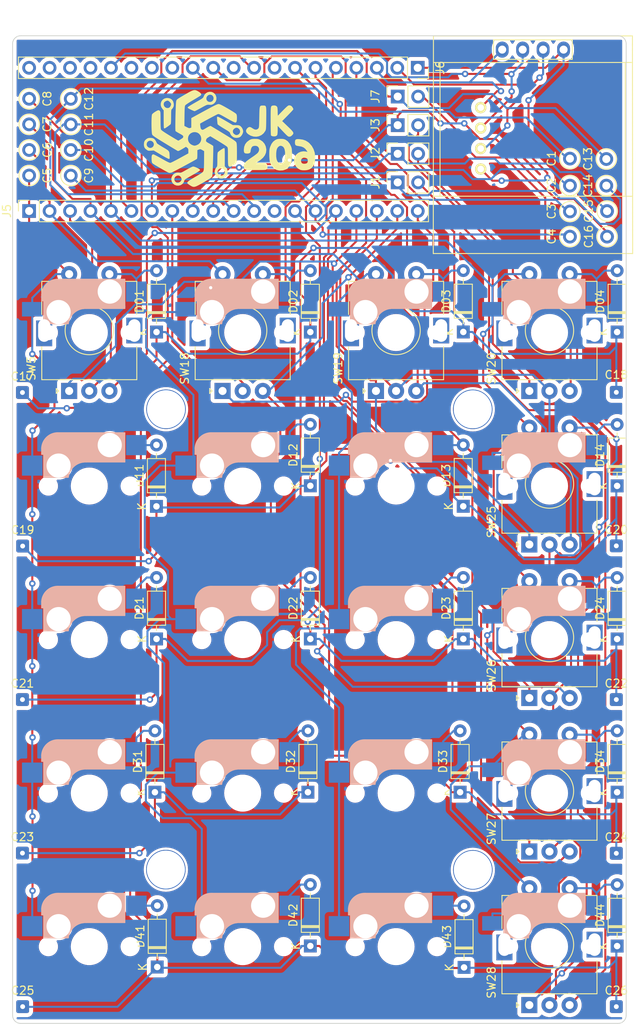
<source format=kicad_pcb>
(kicad_pcb (version 20221018) (generator pcbnew)
  (layers (0 "F.Cu" signal) (31 "B.Cu" signal) (34 "B.Paste" user) (35 "F.Paste" user) (36 "B.SilkS" user "B.Silkscreen") (37 "F.SilkS" user "F.Silkscreen") (38 "B.Mask" user) (39 "F.Mask" user) (44 "Edge.Cuts" user))
  (net 0 "")
  (net 1 "ROW0")
  (net 2 "ROW1")
  (net 3 "ROW2")
  (net 4 "COL0")
  (net 5 "COL1")
  (net 6 "COL2")
  (net 7 "Net-(D02-A)")
  (net 8 "Net-(D03-A)")
  (net 9 "Net-(D11-A)")
  (net 10 "Net-(D12-A)")
  (net 11 "Net-(D13-A)")
  (net 12 "Net-(D21-A)")
  (net 13 "Net-(D22-A)")
  (net 14 "Net-(D23-A)")
  (net 15 "ROW3")
  (net 16 "Net-(D31-A)")
  (net 17 "Net-(D32-A)")
  (net 18 "Net-(D33-A)")
  (net 19 "Net-(D34-A)")
  (net 20 "Net-(D01-A)")
  (net 21 "Net-(D04-A)")
  (net 22 "Net-(D14-A)")
  (net 23 "Net-(D24-A)")
  (net 24 "SDA0")
  (net 25 "COL3")
  (net 26 "SCL0")
  (net 27 "ROW4")
  (net 28 "Net-(D41-A)")
  (net 29 "Net-(D42-A)")
  (net 30 "Net-(D43-A)")
  (net 31 "3,3V")
  (net 32 "Net-(D44-A)")
  (net 33 "E02")
  (net 34 "E01")
  (net 35 "E12")
  (net 36 "E11")
  (net 37 "E22")
  (net 38 "E21")
  (net 39 "E32")
  (net 40 "E31")
  (net 41 "EX2")
  (net 42 "EX1")
  (net 43 "COL4")
  (net 44 "COL5")
  (net 45 "COL6")
  (net 46 "COL7")
  (net 47 "COL8")
  (net 48 "COL9")
  (net 49 "COL10")
  (net 50 "COL11")
  (net 51 "RUN")
  (net 52 "AGND")
  (net 53 "ADC2")
  (net 54 "ADCREF")
  (net 55 "3V3EN")
  (net 56 "VSYS")
  (net 57 "VBUS")
  (net 58 "GND0")
  (net 59 "GND1")
  (net 60 "GND2")
  (net 61 "GND3")
  (net 62 "GND4")
  (net 63 "GND5")
  (net 64 "GND6")
  (footprint "Connector_Wire:SolderWire-0.1sqmm_1x01_D0.4mm_OD1mm" (layer "F.Cu") (at 122.6 95.05)
    (fp_text reference "C20")
    (fp_text value "Conn_01x01_Pin" hide)
  )
  (footprint "kbd:CherryMX_Hotswap" (layer "F.Cu") (at 57.15 106.68)
    (fp_text reference "SW21" hide)
    (fp_text value "SW_PUSH" hide)
  )
  (footprint "Connector_Pin:Pin_D1.0mm_L10.0mm" (layer "F.Cu") (at 49.68 42.75 90)
    (fp_text reference "C7")
    (fp_text value "Conn_01x01_Pin" hide)
  )
  (footprint "kbd:CherryMX_Hotswap" (layer "F.Cu") (at 114.3 125.73)
    (fp_text reference "SW34" hide)
    (fp_text value "SW_PUSH" hide)
  )
  (footprint "kbd:CherryMX_Hotswap" (layer "F.Cu") (at 76.2 106.68)
    (fp_text reference "SW22" hide)
    (fp_text value "SW_PUSH" hide)
  )
  (footprint "kbd:CherryMX_Hotswap" (layer "F.Cu") (at 114.3 68.58)
    (fp_text reference "SW04" hide)
    (fp_text value "SW_PUSH" hide)
  )
  (footprint "kbd:CherryMX_Hotswap" (layer "F.Cu") (at 95.25 144.78)
    (fp_text reference "SW43" hide)
    (fp_text value "SW_PUSH" hide)
  )
  (footprint "Diode_THT:D_DO-35_SOD27_P7.62mm_Horizontal" (layer "F.Cu") (at 103.6 68.51 90)
    (fp_text reference "D03")
    (fp_text value "1N4148")
  )
  (footprint "Connector_Wire:SolderWire-0.1sqmm_1x01_D0.4mm_OD1mm" (layer "F.Cu") (at 48.875 152.225)
    (fp_text reference "C25")
    (fp_text value "Conn_01x01_Pin" hide)
  )
  (footprint "Diode_THT:D_DO-35_SOD27_P7.62mm_Horizontal" (layer "F.Cu") (at 65.5 68.52 90)
    (fp_text reference "D01")
    (fp_text value "1N4148")
  )
  (footprint "Rotary_Encoder:RotaryEncoder_Alps_EC11E-Switch_Vertical_H20mm" (layer "F.Cu") (at 111.8 75.83 90)
    (fp_text reference "SW20")
    (fp_text value "Encoder")
  )
  (footprint "Rotary_Encoder:RotaryEncoder_Alps_EC11E-Switch_Vertical_H20mm" (layer "F.Cu") (at 73.7 75.83 90)
    (fp_text reference "SW18")
    (fp_text value "Encoder")
  )
  (footprint "Rotary_Encoder:RotaryEncoder_Alps_EC11E-Switch_Vertical_H20mm" (layer "F.Cu") (at 111.8 132.98 90)
    (fp_text reference "SW27")
    (fp_text value "Encoder")
  )
  (footprint "kbd:CherryMX_Hotswap" (layer "F.Cu") (at 57.15 125.73)
    (fp_text reference "SW31" hide)
    (fp_text value "SW_PUSH" hide)
  )
  (footprint "kbd:CherryMX_Hotswap" (layer "F.Cu") (at 95.25 87.63)
    (fp_text reference "SW13" hide)
    (fp_text value "SW_PUSH" hide)
  )
  (footprint "Diode_THT:D_DO-35_SOD27_P7.62mm_Horizontal" (layer "F.Cu") (at 103.6 106.6 90)
    (fp_text reference "D23")
    (fp_text value "1N4148")
  )
  (footprint "Connector_Wire:SolderWire-0.1sqmm_1x01_D0.4mm_OD1mm" (layer "F.Cu") (at 122.6 133.2)
    (fp_text reference "C24")
    (fp_text value "Conn_01x01_Pin" hide)
  )
  (footprint "Connector_Wire:SolderWire-0.1sqmm_1x01_D0.4mm_OD1mm" (layer "F.Cu") (at 48.875 95.075)
    (fp_text reference "C19")
    (fp_text value "Conn_01x01_Pin" hide)
  )
  (footprint "kbd:CherryMX_Hotswap" (layer "F.Cu") (at 57.15 144.78)
    (fp_text reference "SW41" hide)
    (fp_text value "SW_PUSH" hide)
  )
  (footprint "" (layer "F.Cu") (at 104.78 135.25)
    (fp_text reference "")
    (fp_text value "")
  )
  (footprint "Connector_Pin:Pin_D1.0mm_L10.0mm" (layer "F.Cu") (at 121.45 53.51 90)
    (fp_text reference "C15")
    (fp_text value "Conn_01x01_Pin")
  )
  (footprint "kbd:CherryMX_Hotswap" (layer "F.Cu") (at 114.3 87.63)
    (fp_text reference "SW14" hide)
    (fp_text value "SW_PUSH" hide)
  )
  (footprint "Diode_THT:D_DO-35_SOD27_P7.62mm_Horizontal" (layer "F.Cu") (at 103.2 125.62 90)
    (fp_text reference "D33")
    (fp_text value "1N4148")
  )
  (footprint "Diode_THT:D_DO-35_SOD27_P7.62mm_Horizontal" (layer "F.Cu") (at 84.6 87.6 90)
    (fp_text reference "D12")
    (fp_text value "1N4148")
  )
  (footprint "Connector_Pin:Pin_D1.0mm_L10.0mm" (layer "F.Cu") (at 54.85 49.105 90)
    (fp_text reference "C9")
    (fp_text value "Conn_01x01_Pin")
  )
  (footprint "Diode_THT:D_DO-35_SOD27_P7.62mm_Horizontal" (layer "F.Cu") (at 84.6 144.7 90)
    (fp_text reference "D42")
    (fp_text value "1N4148")
  )
  (footprint "Diode_THT:D_DO-35_SOD27_P7.62mm_Horizontal" (layer "F.Cu") (at 65.49 90.15 90)
    (fp_text reference "D11")
    (fp_text value "1N4148")
  )
  (footprint "Diode_THT:D_DO-35_SOD27_P7.62mm_Horizontal" (layer "F.Cu") (at 122.7 106.61 90)
    (fp_text reference "D24")
    (fp_text value "1N4148")
  )
  (footprint "kbd:CherryMX_Hotswap" (layer "F.Cu") (at 76.2 144.78)
    (fp_text reference "SW42" hide)
    (fp_text value "SW_PUSH" hide)
  )
  (footprint "kbd:CherryMX_Hotswap" (layer "F.Cu") (at 57.15 87.63)
    (fp_text reference "SW11" hide)
    (fp_text value "SW_PUSH" hide)
  )
  (footprint "Rotary_Encoder:RotaryEncoder_Alps_EC11E-Switch_Vertical_H20mm" (layer "F.Cu") (at 111.8 152.03 90)
    (fp_text reference "SW28")
    (fp_text value "Encoder")
  )
  (footprint "kbd:CherryMX_Hotswap" (layer "F.Cu") (at 57.15 68.58)
    (fp_text reference "SW01" hide)
    (fp_text value "SW_PUSH" hide)
  )
  (footprint "Rotary_Encoder:RotaryEncoder_Alps_EC11E-Switch_Vertical_H20mm" (layer "F.Cu") (at 54.65 75.83 90)
    (fp_text reference "SW5")
    (fp_text value "Encoder")
  )
  (footprint "" (layer "F.Cu") (at 66.66 135.22)
    (fp_text reference "")
    (fp_text value "")
  )
  (footprint "Connector_PinSocket_2.54mm:PinSocket_1x02_P2.54mm_Vertical" (layer "F.Cu") (at 95.45 39.3 90)
    (fp_text reference "J7")
    (fp_text value "Connector_Generic_Conn_01x02")
  )
  (footprint "Diode_THT:D_DO-35_SOD27_P7.62mm_Horizontal" (layer "F.Cu") (at 103.69 147.36 90)
    (fp_text reference "D43")
    (fp_text value "1N4148")
  )
  (footprint "Connector_PinSocket_2.54mm:PinSocket_1x02_P2.54mm_Vertical" (layer "F.Cu") (at 95.45 46.4 90)
    (fp_text reference "J2")
    (fp_text value "Connector_Generic_Conn_01x02")
  )
  (footprint "Diode_THT:D_DO-35_SOD27_P7.62mm_Horizontal" (layer "F.Cu") (at 84.6 68.52 90)
    (fp_text reference "D02")
    (fp_text value "1N4148")
  )
  (footprint "Rotary_Encoder:RotaryEncoder_Alps_EC11E-Switch_Vertical_H20mm" (layer "F.Cu") (at 111.8 94.88 90)
    (fp_text reference "SW25")
    (fp_text value "Encoder")
  )
  (footprint "Diode_THT:D_DO-35_SOD27_P7.62mm_Horizontal" (layer "F.Cu") (at 65.3 125.62 90)
    (fp_text reference "D31")
    (fp_text value "1N4148")
  )
  (footprint "kbd:CherryMX_Hotswap" (layer "F.Cu") (at 95.25 125.73)
    (fp_text reference "SW33" hide)
    (fp_text value "SW_PUSH" hide)
  )
  (footprint "Connector_Wire:SolderWire-0.1sqmm_1x01_D0.4mm_OD1mm" (layer "F.Cu") (at 122.6 114.125)
    (fp_text reference "C22")
    (fp_text value "Conn_01x01_Pin" hide)
  )
  (footprint "Connector_Pin:Pin_D1.0mm_L10.0mm" (layer "F.Cu") (at 49.68 49.1 90)
    (fp_text reference "C5")
    (fp_text value "Conn_01x01_Pin" hide)
  )
  (footprint "Connector_Wire:SolderWire-0.1sqmm_1x01_D0.4mm_OD1mm" (layer "F.Cu") (at 48.85 114.125)
    (fp_text reference "C21")
    (fp_text value "Conn_01x01_Pin" hide)
  )
  (footprint "kbd:CherryMX_Hotswap" (layer "F.Cu") (at 95.25 106.68)
    (fp_text reference "SW23" hide)
    (fp_text value "SW_PUSH" hide)
  )
  (footprint "Connector_Pin:Pin_D1.0mm_L10.0mm" (layer "F.Cu") (at 54.85 39.58 90)
    (fp_text reference "C12")
    (fp_text value "Conn_01x01_Pin")
  )
  (footprint "Connector_Wire:SolderWire-0.1sqmm_1x01_D0.4mm_OD1mm" (layer "F.Cu") (at 48.85 133.175)
    (fp_text reference "C23")
    (fp_text value "Conn_01x01_Pin" hide)
  )
  (footprint "Connector_Pin:Pin_D1.0mm_L10.0mm" (layer "F.Cu") (at 54.85 45.93 90)
    (fp_text reference "C10")
    (fp_text value "Conn_01x01_Pin")
  )
  (footprint "Connector_Pin:Pin_D1.0mm_L10.0mm" (layer "F.Cu") (at 54.85 42.755 90)
    (fp_text reference "C11")
    (fp_text value "Conn_01x01_Pin")
  )
  (footprint "Diode_THT:D_DO-35_SOD27_P7.62mm_Horizontal" (layer "F.Cu") (at 103.59 90.14 90)
    (fp_text reference "D13")
    (fp_text value "1N4148")
  )
  (footprint "Diode_THT:D_DO-35_SOD27_P7.62mm_Horizontal" (layer "F.Cu") (at 84.3 125.62 90)
    (fp_text reference "D32")
    (fp_text value "1N4148")
  )
  (footprint "Connector_Pin:Pin_D1.0mm_L10.0mm" (layer "F.Cu") (at 121.45 56.68 90)
    (fp_text reference "C16")
    (fp_text value "Conn_01x01_Pin" hide)
  )
  (footprint "Rotary_Encoder:RotaryEncoder_Alps_EC11E-Switch_Vertical_H20mm" (layer "F.Cu") (at 92.75 75.83 90)
    (fp_text reference "SW19")
    (fp_text value "Encoder")
  )
  (footprint "Diode_THT:D_DO-35_SOD27_P7.62mm_Horizontal" (layer "F.Cu") (at 122.7 144.71 90)
    (fp_text reference "D44")
    (fp_text value "1N4148")
  )
  (footprint "Connector_PinSocket_2.54mm:PinSocket_1x02_P2.54mm_Vertical" (layer "F.Cu") (at 95.45 49.95 90)
    (fp_text reference "J1")
    (fp_text value "Connector_Generic_Conn_01x02")
  )
  (footprint "Rotary_Encoder:RotaryEncoder_Alps_EC11E-Switch_Vertical_H20mm" (layer "F.Cu") (at 111.8 113.93 90)
    (fp_text reference "SW26")
    (fp_text value "Encoder")
  )
  (footprint "Connector_Pin:Pin_D1.0mm_L10.0mm" (layer "F.Cu") (at 116.84 47 90)
    (fp_text reference "C1")
    (fp_text value "Conn_01x01_Pin")
  )
  (footprint "Connector_Pin:Pin_D1.0mm_L10.0mm" (layer "F.Cu") (at 116.84 50.35 90)
    (fp_text reference "C2")
    (fp_text value "Conn_01x01_Pin")
  )
  (footprint "Diode_THT:D_DO-35_SOD27_P7.62mm_Horizontal" (layer "F.Cu") (at 122.7 125.62 90)
    (fp_text reference "D34")
    (fp_text value "1N4148")
  )
  (footprint "kbd:OLED_v2" (layer "F.Cu") (at 105.76 44.48 90)
    (fp_text reference "OL1")
    (fp_text value "DISPLAY_OLED" hide)
  )
  (footprint "Diode_THT:D_DO-35_SOD27_P7.62mm_Horizontal" (layer "F.Cu") (at 65.5 106.6 90)
    (fp_text reference "D21")
    (fp_text value "1N4148")
  )
  (footprint "kbd:CherryMX_Hotswap" (layer "F.Cu") (at 76.2 125.73)
    (fp_text reference "SW32" hide)
    (fp_text value "SW_PUSH" hide)
  )
  (footprint "Connector_Pin:Pin_D1.0mm_L10.0mm" (layer "F.Cu") (at 49.68 45.925 90)
    (fp_text reference "C6")
    (fp_text value "Conn_01x01_Pin")
  )
  (footprint "" (layer "F.Cu") (at 104.77 78.11)
    (fp_text reference "")
    (fp_text value "")
  )
  (footprint "kbd:CherryMX_Hotswap" (layer "F.Cu") (at 76.2 87.63)
    (fp_text reference "SW12" hide)
    (fp_text value "SW_PUSH" hide)
  )
  (footprint "Connector_Pin:Pin_D1.0mm_L10.0mm" (layer "F.Cu") (at 121.36 47.05 90)
    (fp_text reference "C13")
    (fp_text value "Conn_01x01_Pin")
  )
  (footprint "SSD1306:128x64OLED" (layer "F.Cu") (at 112.25 44.075)
    (fp_text reference "OL1" hide)
    (fp_text value "DISPLAY_OLED")
  )
  (footprint "Connector_Pin:Pin_D1.0mm_L10.0mm" (layer "F.Cu") (at 116.84 53.56 90)
    (fp_text reference "C3")
    (fp_text value "Conn_01x01_Pin")
  )
  (footprint "Connector_Wire:SolderWire-0.1sqmm_1x01_D0.4mm_OD1mm" (layer "F.Cu") (at 48.85 76.025)
    (fp_text reference "C17")
    (fp_text value "Conn_01x01_Pin" hide)
  )
  (footprint "Diode_THT:D_DO-35_SOD27_P7.62mm_Horizontal" (layer "F.Cu") (at 84.6 106.6 90)
    (fp_text reference "D22")
    (fp_text value "1N4148")
  )
  (footprint "Connector_Pin:Pin_D1.0mm_L10.0mm" (layer "F.Cu") (at 116.84 56.68 90)
    (fp_text reference "C4")
    (fp_text value "Conn_01x01_Pin")
  )
  (footprint "Connector_PinSocket_2.54mm:PinSocket_1x02_P2.54mm_Vertical" (layer "F.Cu") (at 95.45 42.85 90)
    (fp_text reference "J3")
    (fp_text value "Connector_Generic_Conn_01x02")
  )
  (footprint "Library:logoserigrafia" (layer "F.Cu") (at 75.194973 44.474181)
    (fp_text reference "G***" hide)
    (fp_text value "LOGO" hide)
  )
  (footprint "Diode_THT:D_DO-35_SOD27_P7.62mm_Horizontal" (layer "F.Cu") (at 122.7 68.52 90)
    (fp_text reference "D04")
    (fp_text value "1N4148")
  )
  (footprint "" (layer "F.Cu") (at 66.68 78.1)
    (fp_text reference "")
    (fp_text value "")
  )
  (footprint "kbd:CherryMX_Hotswap" (layer "F.Cu") (at 114.3 144.78)
    (fp_text reference "SW44" hide)
    (fp_text value "SW_PUSH" hide)
  )
  (footprint "Connector_Pin:Pin_D1.0mm_L10.0mm" (layer "F.Cu") (at 121.36 50.35 90)
    (fp_text reference "C14")
    (fp_text value "Conn_01x01_Pin")
  )
  (footprint "kbd:CherryMX_Hotswap" (layer "F.Cu") (at 95.25 68.58)
    (fp_text reference "SW03" hide)
    (fp_text value "SW_PUSH" hide)
  )
  (footprint "Diode_THT:D_DO-35_SOD27_P7.62mm_Horizontal" (layer "F.Cu") (at 122.7 87.61 90)
    (fp_text reference "D14")
    (fp_text value "1N4148")
  )
  (footprint "kbd:CherryMX_Hotswap" (layer "F.Cu") (at 114.3 106.68)
    (fp_text reference "SW24" hide)
    (fp_text value "SW_PUSH" hide)
  )
  (footprint "Diode_THT:D_DO-35_SOD27_P7.62mm_Horizontal" (layer "F.Cu") (at 65.59 147.31 90)
    (fp_text reference "D41")
    (fp_text value "1N4148")
  )
  (footprint "Connector_PinSocket_2.54mm:PinSocket_1x20_P2.54mm_Vertical" (layer "F.Cu") (at 49.68 53.5 90)
    (fp_text reference "J5")
    (fp_text value "Conn_01x20_Socket")
  )
  (footprint "Connector_Wire:SolderWire-0.1sqmm_1x01_D0.4mm_OD1mm" (layer "F.Cu") (at 122.6 152.225)
    (fp_text reference "C26")
    (fp_text value "Conn_01x01_Pin" hide)
  )
  (footprint "kbd:CherryMX_Hotswap" (layer "F.Cu") (at 76.2 68.58)
    (fp_text reference "SW02" hide)
    (fp_text value "SW_PUSH" hide)
  )
  (footprint "Connector_Pin:Pin_D1.0mm_L10.0mm" (layer "F.Cu") (at 49.68 39.575 90)
    (fp_text reference "C8")
    (fp_text value "Conn_01x01_Pin")
  )
  (footprint "Connector_Wire:SolderWire-0.1sqmm_1x01_D0.4mm_OD1mm" (layer "F.Cu") (at 122.6 76)
    (fp_text reference "C18")
    (fp_text value "Conn_01x01_Pin" hide)
  )
  (footprint "Connector_PinSocket_2.54mm:PinSocket_1x20_P2.54mm_Vertical" (layer "F.Cu") (at 97.94 35.73 -90)
    (fp_text reference "J6")
    (fp_text value "Conn_01x20_Socket")
  )
  (footprint "Library:logomascara" (layer "B.Cu") (at 73.383883 43.182808 180)
    (fp_text reference "G***" hide)
    (fp_text value "LOGO" hide)
  )
  (gr_line (start 47.625 153.3) (end 47.625 32.76) (stroke (width 0.1)) (layer "Edge.Cuts"))
  (gr_line (start 123.826 32.76) (end 123.826 153.3) (stroke (width 0.1)) (layer "Edge.Cuts"))
  (gr_line (start 48.63 31.754) (end 122.82 31.754) (stroke (width 0.1)) (layer "Edge.Cuts"))
  (gr_arc (start 122.82 31.754) (mid 123.531349 32.048651) (end 123.826 32.76) (stroke (width 0.1)) (layer "Edge.Cuts"))
  (gr_arc (start 47.624 32.76) (mid 47.918651 32.048651) (end 48.63 31.754) (stroke (width 0.1)) (layer "Edge.Cuts"))
  (gr_arc (start 123.825 153.3) (mid 123.530349 154.011349) (end 122.819 154.306) (stroke (width 0.1)) (layer "Edge.Cuts"))
  (gr_line (start 48.631 154.306) (end 122.819 154.306) (stroke (width 0.1)) (layer "Edge.Cuts"))
  (gr_arc (start 48.631 154.306) (mid 47.919651 154.011349) (end 47.625 153.3) (stroke (width 0.1)) (layer "Edge.Cuts"))
  (segment (start 61.95 75.475) (end 61.95 77.925) (width 0.25) (layer "F.Cu") (net 1))
  (segment (start 102.4731 56.1113) (end 96.72 50.3582) (width 0.25) (layer "F.Cu") (net 1))
  (segment (start 96.72 49.0213) (end 95.3687 47.67) (width 0.25) (layer "F.Cu") (net 1))
  (segment (start 65.5 68.52) (end 65.5 71.925) (width 0.25) (layer "F.Cu") (net 1))
  (segment (start 102.4731 66.2562) (end 102.4731 56.1113) (width 0.25) (layer "F.Cu") (net 1))
  (segment (start 95.3687 47.67) (end 94.5577 47.67) (width 0.25) (layer "F.Cu") (net 1))
  (segment (start 83.34 63.7996) (end 83.34 59.7409) (width 0.25) (layer "F.Cu") (net 1))
  (segment (start 84.6 65.0596) (end 83.34 63.7996) (width 0.25) (layer "F.Cu") (net 1))
  (segment (start 96.72 50.3582) (end 96.72 49.0213) (width 0.25) (layer "F.Cu") (net 1))
  (segment (start 84.6 68.52) (end 84.6 65.0596) (width 0.25) (layer "F.Cu") (net 1))
  (segment (start 62.275 75.15) (end 61.95 75.475) (width 0.25) (layer "F.Cu") (net 1))
  (segment (start 103.6 68.51) (end 103.6 67.3831) (width 0.25) (layer "F.Cu") (net 1))
  (segment (start 90.32 43.4323) (end 90.32 35.73) (width 0.25) (layer "F.Cu") (net 1))
  (segment (start 54.4 77.925) (end 54.35 77.975) (width 0.25) (layer "F.Cu") (net 1))
  (segment (start 83.34 59.7409) (end 84.9957 58.0852) (width 0.25) (layer "F.Cu") (net 1))
  (segment (start 61.95 77.925) (end 54.4 77.925) (width 0.25) (layer "F.Cu") (net 1))
  (segment (start 103.6 67.3831) (end 102.4731 66.2562) (width 0.25) (layer "F.Cu") (net 1))
  (segment (start 94.5577 47.67) (end 90.32 43.4323) (width 0.25) (layer "F.Cu") (net 1))
  (segment (start 65.5 71.925) (end 62.275 75.15) (width 0.25) (layer "F.Cu") (net 1))
  (via (at 54.35 77.975) (size 0.8) (drill 0.4) (layers "F.Cu" "B.Cu") (net 1))
  (via (at 84.9957 58.0852) (size 0.8) (drill 0.4) (layers "F.Cu" "B.Cu") (net 1))
  (segment (start 84.9957 58.0852) (end 91.4239 58.0852) (width 0.25) (layer "B.Cu") (net 1))
  (segment (start 84.6 68.52) (end 84.6 69.6469) (width 0.25) (layer "B.Cu") (net 1))
  (segment (start 94.8461 61.5074) (end 94.8461 63.499) (width 0.25) (layer "B.Cu") (net 1))
  (segment (start 83.0326 71.2143) (end 69.3212 71.2143) (width 0.25) (layer "B.Cu") (net 1))
  (segment (start 122.6 70.35) (end 121.7207 71.2293) (width 0.25) (layer "B.Cu") (net 1))
  (segment (start 107.4462 71.2293) (end 104.7269 68.51) (width 0.25) (layer "B.Cu") (net 1))
  (segment (start 50.8 77.975) (end 48.85 76.025) (width 0.25) (layer "B.Cu") (net 1))
  (segment (start 54.35 77.975) (end 50.8 77.975) (width 0.25) (layer "B.Cu") (net 1))
  (segment (start 97.2794 65.9323) (end 102.1492 65.9323) (width 0.25) (layer "B.Cu") (net 1))
  (segment (start 84.6 69.6469) (end 83.0326 71.2143) (width 0.25) (layer "B.Cu") (net 1))
  (segment (start 103.6 68.51) (end 103.6 67.3831) (width 0.25) (layer "B.Cu") (net 1))
  (segment (start 65.5 68.52) (end 66.6269 68.52) (width 0.25) (layer "B.Cu") (net 1))
  (segment (start 102.1492 65.9323) (end 103.6 67.3831) (width 0.25) (layer "B.Cu") (net 1))
  (segment (start 69.3212 71.2143) (end 66.6269 68.52) (width 0.25) (layer "B.Cu") (net 1))
  (segment (start 122.6 76) (end 122.6 68.62) (width 0.25) (layer "B.Cu") (net 1))
  (segment (start 121.7207 71.2293) (end 107.4462 71.2293) (width 0.25) (layer "B.Cu") (net 1))
  (segment (start 104.7269 68.51) (end 103.6 68.51) (width 0.25) (layer "B.Cu") (net 1))
  (segment (start 94.8461 63.499) (end 97.2794 65.9323) (width 0.25) (layer "B.Cu") (net 1))
  (segment (start 122.6 68.62) (end 122.6 70.35) (width 0.25) (layer "B.Cu") (net 1))
  (segment (start 91.4239 58.0852) (end 94.8461 61.5074) (width 0.25) (layer "B.Cu") (net 1))
  (segment (start 122.6 68.62) (end 122.7 68.52) (width 0.25) (layer "B.Cu") (net 1))
  (segment (start 87.38 36.13) (end 87.78 35.73) (width 0.25) (layer "F.Cu") (net 2))
  (segment (start 86.598 83.0131) (end 86.2923 82.7074) (width 0.25) (layer "F.Cu") (net 2))
  (segment (start 86.598 84.4751) (end 86.598 83.0131) (width 0.25) (layer "F.Cu") (net 2))
  (segment (start 84.6 87.6) (end 84.6 86.4731) (width 0.25) (layer "F.Cu") (net 2))
  (segment (start 86.2923 82.7074) (end 86.2923 59.2875) (width 0.25) (layer "F.Cu") (net 2))
  (segment (start 86.605 53.013299) (end 87.38 52.238299) (width 0.25) (layer "F.Cu") (net 2))
  (segment (start 86.605 54.469304) (end 86.605 53.013299) (width 0.25) (layer "F.Cu") (net 2))
  (segment (start 87.38 52.238299) (end 87.38 36.13) (width 0.25) (layer "F.Cu") (net 2))
  (segment (start 84.6 86.4731) (end 86.598 84.4751) (width 0.25) (layer "F.Cu") (net 2))
  (segment (start 65.49 90.15) (end 65.49 95.985) (width 0.25) (layer "F.Cu") (net 2))
  (segment (start 93.1054 83.0131) (end 94.5524 84.4601) (width 0.25) (layer "F.Cu") (net 2))
  (segment (start 86.8619 58.7179) (end 86.8619 55.662404) (width 0.25) (layer "F.Cu") (net 2))
  (segment (start 87.33 55.194304) (end 86.605 54.469304) (width 0.25) (layer "F.Cu") (net 2))
  (segment (start 86.2923 59.2875) (end 86.8619 58.7179) (width 0.25) (layer "F.Cu") (net 2))
  (segment (start 86.598 83.0131) (end 93.1054 83.0131) (width 0.25) (layer "F.Cu") (net 2))
  (segment (start 65.49 95.985) (end 64.525 96.95) (width 0.25) (layer "F.Cu") (net 2))
  (segment (start 86.8619 55.662404) (end 87.33 55.194304) (width 0.25) (layer "F.Cu") (net 2))
  (via (at 94.5524 84.4601) (size 0.8) (drill 0.4) (layers "F.Cu" "B.Cu") (net 2))
  (via (at 64.525 96.95) (size 0.8) (drill 0.4) (layers "F.Cu" "B.Cu") (net 2))
  (segment (start 94.5524 84.4601) (end 95.7951 84.4601) (width 0.25) (layer "B.Cu") (net 2))
  (segment (start 83.4731 87.6) (end 84.6 87.6) (width 0.25) (layer "B.Cu") (net 2))
  (segment (start 122.6 95.05) (end 122.6 91.6721) (width 0.25) (layer "B.Cu") (net 2))
  (segment (start 65.6323 90.2923) (end 80.7808 90.2923) (width 0.25) (layer "B.Cu") (net 2))
  (segment (start 80.7808 90.2923) (end 83.4731 87.6) (width 0.25) (layer "B.Cu") (net 2))
  (segment (start 122.6 91.6721) (end 122.6 87.71) (width 0.25) (layer "B.Cu") (net 2))
  (segment (start 65.49 90.15) (end 65.6323 90.2923) (width 0.25) (layer "B.Cu") (net 2))
  (segment (start 50.75 96.95) (end 48.875 95.075) (width 0.25) (layer "B.Cu") (net 2))
  (segment (start 64.525 96.95) (end 50.75 96.95) (width 0.25) (layer "B.Cu") (net 2))
  (segment (start 102.4731 89.0231) (end 103.59 90.14) (width 0.25) (layer "B.Cu") (net 2))
  (segment (start 100.3047 85.4316) (end 102.4731 87.6) (width 0.25) (layer "B.Cu") (net 2))
  (segment (start 111.1461 96.7017) (end 104.5844 90.14) (width 0.25) (layer "B.Cu") (net 2))
  (segment (start 95.7951 84.4601) (end 96.7666 85.4316) (width 0.25) (layer "B.Cu") (net 2))
  (segment (start 122.6 91.6721) (end 117.5704 96.7017) (width 0.25) (layer "B.Cu") (net 2))
  (segment (start 102.4731 87.6) (end 102.4731 89.0231) (width 0.25) (layer "B.Cu") (net 2))
  (segment (start 122.6 87.71) (end 122.7 87.61) (width 0.25) (layer "B.Cu") (net 2))
  (segment (start 117.5704 96.7017) (end 111.1461 96.7017) (width 0.25) (layer "B.Cu") (net 2))
  (segment (start 96.7666 85.4316) (end 100.3047 85.4316) (width 0.25) (layer "B.Cu") (net 2))
  (segment (start 104.5844 90.14) (end 103.59 90.14) (width 0.25) (layer "B.Cu") (net 2))
  (segment (start 84.065 53.013299) (end 84.065 56.1236) (width 0.25) (layer "F.Cu") (net 3))
  (segment (start 65.5 106.6) (end 65.5 113.3) (width 0.25) (layer "F.Cu") (net 3))
  (segment (start 86.56 38.2269) (end 86.56 50.518299) (width 0.25) (layer "F.Cu") (net 3))
  (segment (start 85.24 35.73) (end 85.24 36.9069) (width 0.25) (layer "F.Cu") (net 3))
  (segment (start 84.6 106.6) (end 84.6 105.4731) (width 0.25) (layer "F.Cu") (net 3))
  (segment (start 85.24 36.9069) (end 86.56 38.2269) (width 0.25) (layer "F.Cu") (net 3))
  (segment (start 65.5 113.3) (end 64.675 114.125) (width 0.25) (layer "F.Cu") (net 3))
  (segment (start 86.56 50.518299) (end 84.065 53.013299) (width 0.25) (layer "F.Cu") (net 3))
  (segment (start 84.2782 105.1513) (end 84.6 105.4731) (width 0.25) (layer "F.Cu") (net 3))
  (segment (start 84.065 56.1236) (end 85.7785 57.8371) (width 0.25) (layer "F.Cu") (net 3))
  (segment (start 85.7785 57.8371) (end 85.7785 84.2542) (width 0.25) (layer "F.Cu") (net 3))
  (segment (start 84.2782 104.4471) (end 84.2782 105.1513) (width 0.25) (layer "F.Cu") (net 3))
  (via (at 84.2782 104.4471) (size 0.8) (drill 0.4) (layers "F.Cu" "B.Cu") (net 3))
  (via (at 85.7785 84.2542) (size 0.8) (drill 0.4) (layers "F.Cu" "B.Cu") (net 3))
  (via (at 64.675 114.125) (size 0.8) (drill 0.4) (layers "F.Cu" "B.Cu") (net 3))
  (segment (start 102.594 106.62) (end 99.8904 109.3236) (width 0.25) (layer "B.Cu") (net 3))
  (segment (start 64.675 114.125) (end 48.85 114.125) (width 0.25) (layer "B.Cu") (net 3))
  (segment (start 80.7236 104.2764) (end 84.1075 104.2764) (width 0.25) (layer "B.Cu") (net 3))
  (segment (start 85.7269 106.6) (end 84.6 106.6) (width 0.25) (layer "B.Cu") (net 3))
  (segment (start 122.6 107.8369) (end 122.60595 107.83095) (width 0.25) (layer "B.Cu") (net 3))
  (segment (start 103.58 106.62) (end 102.594 106.62) (width 0.25) (layer "B.Cu") (net 3))
  (segment (start 79.2319 105.7681) (end 80.7236 104.2764) (width 0.25) (layer "B.Cu") (net 3))
  (segment (start 122.6 107.825) (end 122.60595 107.83095) (width 0.25) (layer "B.Cu") (net 3))
  (segment (start 121.13 109.3069) (end 122.60595 107.83095) (width 0.25) (layer "B.Cu") (net 3))
  (segment (start 122.6 114.125) (end 122.6 107.8369) (width 0.25) (layer "B.Cu") (net 3))
  (segment (start 122.6 106.71) (end 122.6 107.825) (width 0.25) (layer "B.Cu") (net 3))
  (segment (start 84.1075 104.2764) (end 84.2782 104.4471) (width 0.25) (layer "B.Cu") (net 3))
  (segment (start 69.3594 109.3325) (end 77.2721 109.3325) (width 0.25) (layer "B.Cu") (net 3))
  (segment (start 122.7 106.61) (end 122.6 106.71) (width 0.25) (layer "B.Cu") (net 3))
  (segment (start 66.6269 106.6) (end 69.3594 109.3325) (width 0.25) (layer "B.Cu") (net 3))
  (segment (start 99.8904 109.3236) (end 88.4505 109.3236) (width 0.25) (layer "B.Cu") (net 3))
  (segment (start 65.5 106.6) (end 66.6269 106.6) (width 0.25) (layer "B.Cu") (net 3))
  (segment (start 85.7785 102.6054) (end 85.7785 84.2542) (width 0.25) (layer "B.Cu") (net 3))
  (segment (start 84.1075 104.2764) (end 85.7785 102.6054) (width 0.25) (layer "B.Cu") (net 3))
  (segment (start 103.6 106.6) (end 103.58 106.62) (width 0.25) (layer "B.Cu") (net 3))
  (segment (start 103.6 106.6) (end 104.7269 106.6) (width 0.25) (layer "B.Cu") (net 3))
  (segment (start 107.4338 109.3069) (end 121.13 109.3069) (width 0.25) (layer "B.Cu") (net 3))
  (segment (start 77.2721 109.3325) (end 79.2319 107.3727) (width 0.25) (layer "B.Cu") (net 3))
  (segment (start 104.7269 106.6) (end 107.4338 109.3069) (width 0.25) (layer "B.Cu") (net 3))
  (segment (start 88.4505 109.3236) (end 85.7269 106.6) (width 0.25) (layer "B.Cu") (net 3))
  (segment (start 79.2319 107.3727) (end 79.2319 105.7681) (width 0.25) (layer "B.Cu") (net 3))
  (segment (start 49.68 56.36) (end 54.65 61.33) (width 0.25) (layer "F.Cu") (net 4))
  (segment (start 49.68 54.6769) (end 49.68 56.36) (width 0.25) (layer "F.Cu") (net 4))
  (segment (start 49.68 53.5) (end 49.68 49.1) (width 0.25) (layer "F.Cu") (net 4))
  (segment (start 49.68 53.5) (end 49.68 54.6769) (width 0.25) (layer "F.Cu") (net 4))
  (segment (start 50.075 109.975) (end 50.075 118.8) (width 0.25) (layer "F.Cu") (net 4))
  (segment (start 50.075 118.8) (end 50.1 118.825) (width 0.25) (layer "F.Cu") (net 4))
  (segment (start 50.075 91.125) (end 50.075 99.725) (width 0.25) (layer "F.Cu") (net 4))
  (segment (start 52.825 78.025) (end 50.1 80.75) (width 0.25) (layer "F.Cu") (net 4))
  (segment (start 50.25 71.25) (end 52.825 73.825) (width 0.25) (layer "F.Cu") (net 4))
  (segment (start 50.075 71.25) (end 50.25 71.25) (width 0.25) (layer "F.Cu") (net 4))
  (segment (start 52.825 73.825) (end 52.825 78.025) (width 0.25) (layer "F.Cu") (net 4))
  (segment (start 50.1 128.625) (end 50.1 137.85) (width 0.25) (layer "F.Cu") (net 4))
  (via (at 50.1 137.85) (size 0.8) (drill 0.4) (layers "F.Cu" "B.Cu") (net 4))
  (via (at 50.1 128.625) (size 0.8) (drill 0.4) (layers "F.Cu" "B.Cu") (net 4))
  (via (at 50.1 80.75) (size 0.8) (drill 0.4) (layers "F.Cu" "B.Cu") (net 4))
  (via (at 50.075 109.975) (size 0.8) (drill 0.4) (layers "F.Cu" "B.Cu") (net 4))
  (via (at 50.075 99.725) (size 0.8) (drill 0.4) (layers "F.Cu" "B.Cu") (net 4))
  (via (at 50.1 118.825) (size 0.8) (drill 0.4) (layers "F.Cu" "B.Cu") (net 4))
  (via (at 50.075 91.125) (size 0.8) (drill 0.4) (layers "F.Cu" "B.Cu") (net 4))
  (via (at 50.075 71.25) (size 0.8) (drill 0.4) (layers "F.Cu" "B.Cu") (net 4))
  (segment (start 50.065 80.785) (end 50.065 85.09) (width 0.25) (layer "B.Cu") (net 4))
  (segment (start 50.065 71.24) (end 50.075 71.25) (width 0.25) (layer "B.Cu") (net 4))
  (segment (start 50.065 99.735) (end 50.065 104.14) (width 0.25) (layer "B.Cu") (net 4))
  (segment (start 50.065 128.59) (end 50.1 128.625) (width 0.25) (layer "B.Cu") (net 4))
  (segment (start 50.065 137.885) (end 50.065 142.24) (width 0.25) (layer "B.Cu") (net 4))
  (segment (start 50.065 91.115) (end 50.075 91.125) (width 0.25) (layer "B.Cu") (net 4))
  (segment locked (start 50.065 64.275) (end 50.065 66.04) (width 0.25) (layer "B.Cu") (net 4))
  (segment (start 50.065 104.14) (end 50.065 109.965) (width 0.25) (layer "B.Cu") (net 4))
  (segment (start 54.65 61.33) (end 53.01 61.33) (width 0.25) (layer "B.Cu") (net 4))
  (segment (start 50.065 109.965) (end 50.075 109.975) (width 0.25) (layer "B.Cu") (net 4))
  (segment (start 50.1 137.85) (end 50.065 137.885) (width 0.25) (layer "B.Cu") (net 4))
  (segment (start 50.065 118.86) (end 50.065 123.19) (width 0.25) (layer "B.Cu") (net 4))
  (segment (start 50.075 99.725) (end 50.065 99.735) (width 0.25) (layer "B.Cu") (net 4))
  (segment (start 50.1 118.825) (end 50.065 118.86) (width 0.25) (layer "B.Cu") (net 4))
  (segment (start 50.1 80.75) (end 50.065 80.785) (width 0.25) (layer "B.Cu") (net 4))
  (segment (start 53.01 61.33) (end 50.065 64.275) (width 0.25) (layer "B.Cu") (net 4))
  (segment (start 50.065 123.19) (end 50.065 128.59) (width 0.25) (layer "B.Cu") (net 4))
  (segment (start 50.065 66.04) (end 50.065 71.24) (width 0.25) (layer "B.Cu") (net 4))
  (segment (start 50.065 85.09) (end 50.065 91.115) (width 0.25) (layer "B.Cu") (net 4))
  (segment (start 72.2253 62.8047) (end 72.2253 63.0167) (width 0.25) (layer "F.Cu") (net 5))
  (segment (start 52.22 53.5) (end 52.22 52.3231) (width 0.25) (layer "F.Cu") (net 5))
  (segment (start 52.22 52.3231) (end 51.7322 51.8353) (width 0.25) (layer "F.Cu") (net 5))
  (segment (start 73.7 61.33) (end 72.2253 62.8047) (width 0.25) (layer "F.Cu") (net 5))
  (segment (start 51.7322 47.9772) (end 49.68 45.925) (width 0.25) (layer "F.Cu") (net 5))
  (segment (start 51.7322 51.8353) (end 51.7322 47.9772) (width 0.25) (layer "F.Cu") (net 5))
  (via (at 72.2253 63.0167) (size 0.8) (drill 0.4) (layers "F.Cu" "B.Cu") (net 5))
  (segment (start 65.6654 123.19) (end 66.4564 123.19) (width 0.25) (layer "B.Cu") (net 5))
  (segment (start 69.115 85.09) (end 65.9349 85.09) (width 0.25) (layer "B.Cu") (net 5))
  (segment (start 69.7749 128.8299) (end 66.2599 128.8299) (width 0.25) (layer "B.Cu") (net 5))
  (segment (start 64.04 95.2548) (end 66.93 98.1448) (width 0.25) (layer "B.Cu") (net 5))
  (segment (start 65.9349 85.09) (end 64.04 86.9849) (width 0.25) (layer "B.Cu") (net 5))
  (segment (start 64.3731 105.621) (end 65.8541 104.14) (width 0.25) (layer "B.Cu") (net 5))
  (segment (start 65.8541 104.14) (end 66.6479 104.14) (width 0.25) (layer "B.Cu") (net 5))
  (segment (start 65.05 66.04) (end 64.21 66.88) (width 0.25) (layer "B.Cu") (net 5))
  (segment (start 69.115 66.04) (end 65.05 66.04) (width 0.25) (layer "B.Cu") (net 5))
  (segment (start 71.12 140.235) (end 71.12 130.175) (width 0.25) (layer "B.Cu") (net 5))
  (segment (start 72.1025 59.7325) (end 73.7 61.33) (width 0.25) (layer "B.Cu") (net 5))
  (segment (start 64.21 66.88) (end 64.21 70.46) (width 0.25) (layer "B.Cu") (net 5))
  (segment (start 64.175 126.745) (end 64.175 124.6804) (width 0.25) (layer "B.Cu") (net 5))
  (segment (start 71.12 130.175) (end 69.7749 128.8299) (width 0.25) (layer "B.Cu") (net 5))
  (segment (start 64.3731 107.5354) (end 64.3731 105.621) (width 0.25) (layer "B.Cu") (net 5))
  (segment (start 66.4564 123.19) (end 66.4564 109.6187) (width 0.25) (layer "B.Cu") (net 5))
  (segment (start 52.22 53.75) (end 58.2025 59.7325) (width 0.25) (layer "B.Cu") (net 5))
  (segment (start 70.08 76.33) (end 70.08 84.125) (width 0.25) (layer "B.Cu") (net 5))
  (segment (start 66.93 98.1448) (end 66.93 103.72) (width 0.25) (layer "B.Cu") (net 5))
  (segment (start 52.22 53.5) (end 52.22 53.75) (width 0.25) (layer "B.Cu") (net 5))
  (segment (start 58.2025 59.7325) (end 72.1025 59.7325) (width 0.25) (layer "B.Cu") (net 5))
  (segment (start 66.2599 128.8299) (end 64.175 126.745) (width 0.25) (layer "B.Cu") (net 5))
  (segment (start 69.202 66.04) (end 69.115 66.04) (width 0.25) (layer "B.Cu") (net 5))
  (segment (start 64.04 86.9849) (end 64.04 95.2548) (width 0.25) (layer "B.Cu") (net 5))
  (segment (start 66.4564 109.6187) (end 64.3731 107.5354) (width 0.25) (layer "B.Cu") (net 5))
  (segment (start 70.08 84.125) (end 69.115 85.09) (width 0.25) (layer "B.Cu") (net 5))
  (segment (start 72.2253 63.0167) (end 69.202 66.04) (width 0.25) (layer "B.Cu") (net 5))
  (segment (start 66.6479 104.14) (end 69.115 104.14) (width 0.25) (layer "B.Cu") (net 5))
  (segment (start 66.93 103.72) (end 67.35 104.14) (width 0.25) (layer "B.Cu") (net 5))
  (segment (start 66.4564 123.19) (end 69.115 123.19) (width 0.25) (layer "B.Cu") (net 5))
  (segment (start 64.21 70.46) (end 70.08 76.33) (width 0.25) (layer "B.Cu") (net 5))
  (segment (start 64.175 124.6804) (end 65.6654 123.19) (width 0.25) (layer "B.Cu") (net 5))
  (segment (start 67.35 104.14) (end 67.54 104.14) (width 0.25) (layer "B.Cu") (net 5))
  (segment (start 69.115 142.24) (end 71.12 140.235) (width 0.25) (layer "B.Cu") (net 5))
  (segment (start 52.6704 45.7404) (end 52.6704 49.6104) (width 0.25) (layer "F.Cu") (net 6))
  (segment (start 57.3 52.01) (end 57.3 53.5) (width 0.25) (layer "F.Cu") (net 6))
  (segment (start 55.07 52.01) (end 57.3 52.01) (width 0.25) (layer "F.Cu") (net 6))
  (segment (start 52.6704 49.6104) (end 55.07 52.01) (width 0.25) (layer "F.Cu") (net 6))
  (segment (start 49.68 42.75) (end 52.6704 45.7404) (width 0.25) (layer "F.Cu") (net 6))
  (segment (start 87.005 105.3) (end 88.165 104.14) (width 0.25) (layer "B.Cu") (net 6))
  (segment (start 57.3 53.56) (end 57.3 53.5) (width 0.25) (layer "B.Cu") (net 6))
  (segment (start 88.165 74.4023) (end 88.165 67.6169) (width 0.25) (layer "B.Cu") (net 6))
  (segment (start 88.165 64.685) (end 88.165 66.04) (width 0.25) (layer "B.Cu") (net 6))
  (segment (start 90.6115 62.0166) (end 90.6115 61.9804) (width 0.25) (layer "B.Cu") (net 6))
  (segment (start 91.63 61.33) (end 92.75 61.33) (width 0.25) (layer "B.Cu") (net 6))
  (segment (start 82.82 105.82) (end 83.34 105.3) (width 0.25) (layer "B.Cu") (net 6))
  (segment (start 88.165 85.09) (end 88.165 104.14) (width 0.25) (layer "B.Cu") (net 6))
  (segment (start 88.165 66.04) (end 88.165 67.6169) (width 0.25) (layer "B.Cu") (net 6))
  (segment (start 90.6115 62.0166) (end 90.9434 62.0166) (width 0.25) (layer "B.Cu") (net 6))
  (segment (start 88.165 115.135) (end 82.82 109.79) (width 0.25) (layer "B.Cu") (net 6))
  (segment (start 88.165 83.5131) (end 89.7561 81.922) (width 0.25) (layer "B.Cu") (net 6))
  (segment (start 62.5772 58.8372) (end 57.3 53.56) (width 0.25) (layer "B.Cu") (net 6))
  (segment (start 88.165 142.24) (end 88.165 140.6631) (width 0.25) (layer "B.Cu") (net 6))
  (segment (start 88.165 123.19) (end 88.165 140.6631) (width 0.25) (layer "B.Cu") (net 6))
  (segment (start 82.82 109.79) (end 82.82 105.82) (width 0.25) (layer "B.Cu") (net 6))
  (segment (start 88.165 123.19) (end 88.165 115.135) (width 0.25) (layer "B.Cu") (net 6))
  (segment (start 87.4683 58.8372) (end 62.5772 58.8372) (width 0.25) (layer "B.Cu") (net 6))
  (segment (start 90.6115 61.9804) (end 87.4683 58.8372) (width 0.25) (layer "B.Cu") (net 6))
  (segment (start 89.7561 75.9934) (end 88.165 74.4023) (width 0.25) (layer "B.Cu") (net 6))
  (segment (start 90.6115 62.2385) (end 88.165 64.685) (width 0.25) (layer "B.Cu") (net 6))
  (segment (start 90.6115 62.0166) (end 90.6115 62.2385) (width 0.25) (layer "B.Cu") (net 6))
  (segment (start 88.165 85.09) (end 88.165 83.5131) (width 0.25) (layer "B.Cu") (net 6))
  (segment (start 89.7561 81.922) (end 89.7561 75.9934) (width 0.25) (layer "B.Cu") (net 6))
  (segment (start 83.34 105.3) (end 87.005 105.3) (width 0.25) (layer "B.Cu") (net 6))
  (segment (start 90.9434 62.0166) (end 91.63 61.33) (width 0.25) (layer "B.Cu") (net 6))
  (segment (start 84.6 60.9) (end 83.0651 60.9) (width 0.25) (layer "B.Cu") (net 7))
  (segment (start 81.4489 61.33) (end 82.042 61.9231) (width 0.25) (layer "B.Cu") (net 7))
  (segment (start 83.0651 60.9) (end 82.042 61.9231) (width 0.25) (layer "B.Cu") (net 7))
  (segment (start 78.7 61.33) (end 81.4489 61.33) (width 0.25) (layer "B.Cu") (net 7))
  (segment (start 82.042 63.5) (end 82.042 61.9231) (width 0.25) (layer "B.Cu") (net 7))
  (segment (start 102.1251 60.89) (end 101.092 61.9231) (width 0.25) (layer "B.Cu") (net 8))
  (segment (start 100.4989 61.33) (end 101.092 61.9231) (width 0.25) (layer "B.Cu") (net 8))
  (segment (start 101.092 63.5) (end 101.092 61.9231) (width 0.25) (layer "B.Cu") (net 8))
  (segment (start 97.75 61.33) (end 100.4989 61.33) (width 0.25) (layer "B.Cu") (net 8))
  (segment (start 103.6 60.89) (end 102.1251 60.89) (width 0.25) (layer "B.Cu") (net 8))
  (segment (start 65.49 82.53) (end 65.47 82.55) (width 0.25) (layer "B.Cu") (net 9))
  (segment (start 65.47 82.55) (end 62.992 82.55) (width 0.25) (layer "B.Cu") (net 9))
  (segment (start 82.042 80.908) (end 82.042 82.55) (width 0.25) (layer "B.Cu") (net 10))
  (segment (start 82.97 79.98) (end 82.042 80.908) (width 0.25) (layer "B.Cu") (net 10))
  (segment (start 84.6 79.98) (end 82.97 79.98) (width 0.25) (layer "B.Cu") (net 10))
  (segment (start 103.56 82.55) (end 101.092 82.55) (width 0.25) (layer "B.Cu") (net 11))
  (segment (start 103.59 82.52) (end 103.56 82.55) (width 0.25) (layer "B.Cu") (net 11))
  (segment (start 62.992 100.268) (end 62.992 101.6) (width 0.25) (layer "B.Cu") (net 12))
  (segment (start 65.5 98.98) (end 64.28 98.98) (width 0.25) (layer "B.Cu") (net 12))
  (segment (start 64.28 98.98) (end 62.992 100.268) (width 0.25) (layer "B.Cu") (net 12))
  (segment (start 82.042 101.6) (end 82.042 100.418) (width 0.25) (layer "B.Cu") (net 13))
  (segment (start 82.042 100.418) (end 83.48 98.98) (width 0.25) (layer "B.Cu") (net 13))
  (segment (start 83.48 98.98) (end 84.6 98.98) (width 0.25) (layer "B.Cu") (net 13))
  (segment (start 103.6 98.98) (end 102.09 98.98) (width 0.25) (layer "B.Cu") (net 14))
  (segment (start 101.092 99.978) (end 101.092 101.6) (width 0.25) (layer "B.Cu") (net 14))
  (segment (start 102.09 98.98) (end 101.092 99.978) (width 0.25) (layer "B.Cu") (net 14))
  (segment (start 102.0731 125.62) (end 102.0731 125.3031) (width 0.25) (layer "F.Cu") (net 15))
  (segment (start 102.0731 125.3031) (end 99.8731 123.1031) (width 0.25) (layer "F.Cu") (net 15))
  (segment (start 94.8767 123.1031) (end 92.8655 121.0919) (width 0.25) (layer "F.Cu") (net 15))
  (segment (start 84.3 122.9707) (end 84.3 124.4931) (width 0.25) (layer "F.Cu") (net 15))
  (segment (start 92.8655 121.0919) (end 86.1788 121.0919) (width 0.25) (layer "F.Cu") (net 15))
  (segment (start 82.213299 52.325) (end 83.186701 52.325) (width 0.25) (layer "F.Cu") (net 15))
  (segment (start 85.69 38.72) (end 82.7 35.73) (width 0.25) (layer "F.Cu") (net 15))
  (segment (start 65.3 125.62) (end 65.3 131.25) (width 0.25) (layer "F.Cu") (net 15))
  (segment (start 83.3875 64.6159) (end 81.525 62.7534) (width 0.25) (layer "F.Cu") (net 15))
  (segment (start 83.186701 52.325) (end 85.69 49.821701) (width 0.25) (layer "F.Cu") (net 15))
  (segment (start 85.69 49.821701) (end 85.69 38.72) (width 0.25) (layer "F.Cu") (net 15))
  (segment (start 83.3875 100.7475) (end 83.3875 64.6159) (width 0.25) (layer "F.Cu") (net 15))
  (segment (start 103.2 125.62) (end 102.0731 125.62) (width 0.25) (layer "F.Cu") (net 15))
  (segment (start 99.8731 123.1031) (end 94.8767 123.1031) (width 0.25) (layer "F.Cu") (net 15))
  (segment (start 81.525 62.7534) (end 81.525 53.013299) (width 0.25) (layer "F.Cu") (net 15))
  (segment (start 86.1788 121.0919) (end 86.93 120.3407) (width 0.25) (layer "F.Cu") (net 15))
  (segment (start 81.525 53.013299) (end 82.213299 52.325) (width 0.25) (layer "F.Cu") (net 15))
  (segment (start 65.3 131.25) (end 63.375 133.175) (width 0.25) (layer "F.Cu") (net 15))
  (segment (start 86.93 120.3407) (end 86.93 104.29) (width 0.25) (layer "F.Cu") (net 15))
  (segment (start 84.3 125.62) (end 84.3 124.4931) (width 0.25) (layer "F.Cu") (net 15))
  (segment (start 86.93 104.29) (end 83.3875 100.7475) (width 0.25) (layer "F.Cu") (net 15))
  (segment (start 86.1788 121.0919) (end 84.3 122.9707) (width 0.25) (layer "F.Cu") (net 15))
  (via (at 63.375 133.175) (size 0.8) (drill 0.4) (layers "F.Cu" "B.Cu") (net 15))
  (segment (start 83.1731 126.0426) (end 80.8358 128.3799) (width 0.25) (layer "B.Cu") (net 15))
  (segment (start 122.6 127.725) (end 122.6 125.72) (width 0.25) (layer "B.Cu") (net 15))
  (segment (start 104.3269 125.62) (end 107.0691 128.3622) (width 0.25) (layer "B.Cu") (net 15))
  (segment (start 84.3 125.62) (end 83.1731 125.62) (width 0.25) (layer "B.Cu") (net 15))
  (segment (start 80.8358 128.3799) (end 69.1868 128.3799) (width 0.25) (layer "B.Cu") (net 15))
  (segment (start 107.0691 128.3622) (end 121.9628 128.3622) (width 0.25) (layer "B.Cu") (net 15))
  (segment (start 83.1731 125.62) (end 83.1731 126.0426) (width 0.25) (layer "B.Cu") (net 15))
  (segment (start 122.6 125.72) (end 122.7 125.62) (width 0.25) (layer "B.Cu") (net 15))
  (segment (start 63.375 133.175) (end 48.85 133.175) (width 0.25) (layer "B.Cu") (net 15))
  (segment (start 65.3 125.62) (end 66.4269 125.62) (width 0.25) (layer "B.Cu") (net 15))
  (segment (start 121.9628 128.3622) (end 122.6 127.725) (width 0.25) (layer "B.Cu") (net 15))
  (segment (start 122.6 133.2) (end 122.6 125.72) (width 0.25) (layer "B.Cu") (net 15))
  (segment (start 103.2 125.62) (end 104.3269 125.62) (width 0.25) (layer "B.Cu") (net 15))
  (segment (start 69.1868 128.3799) (end 66.4269 125.62) (width 0.25) (layer "B.Cu") (net 15))
  (segment (start 65.3 118) (end 63.86 118) (width 0.25) (layer "B.Cu") (net 16))
  (segment (start 62.992 118.868) (end 62.992 120.65) (width 0.25) (layer "B.Cu") (net 16))
  (segment (start 63.86 118) (end 62.992 118.868) (width 0.25) (layer "B.Cu") (net 16))
  (segment (start 82.042 119.298) (end 82.042 120.65) (width 0.25) (layer "B.Cu") (net 17))
  (segment (start 84.3 118) (end 83.34 118) (width 0.25) (layer "B.Cu") (net 17))
  (segment (start 83.34 118) (end 82.042 119.298) (width 0.25) (layer "B.Cu") (net 17))
  (segment (start 101.092 119.308) (end 101.092 120.65) (width 0.25) (layer "B.Cu") (net 18))
  (segment (start 103.2 118) (end 102.4 118) (width 0.25) (layer "B.Cu") (net 18))
  (segment (start 102.4 118) (end 101.092 119.308) (width 0.25) (layer "B.Cu") (net 18))
  (segment (start 120.142 120.65) (end 120.142 119.0731) (width 0.25) (layer "B.Cu") (net 19))
  (segment (start 121.2151 118) (end 120.142 119.0731) (width 0.25) (layer "B.Cu") (net 19))
  (segment (start 119.5489 118.48) (end 120.142 119.0731) (width 0.25) (layer "B.Cu") (net 19))
  (segment (start 116.8 118.48) (end 119.5489 118.48) (width 0.25) (layer "B.Cu") (net 19))
  (segment (start 122.7 118) (end 121.2151 118) (width 0.25) (layer "B.Cu") (net 19))
  (segment (start 65.5 60.9) (end 64.0151 60.9) (width 0.25) (layer "B.Cu") (net 20))
  (segment (start 64.0151 60.9) (end 62.992 61.9231) (width 0.25) (layer "B.Cu") (net 20))
  (segment (start 62.992 63.5) (end 62.992 61.9231) (width 0.25) (layer "B.Cu") (net 20))
  (segment (start 62.3989 61.33) (end 62.992 61.9231) (width 0.25) (layer "B.Cu") (net 20))
  (segment (start 59.65 61.33) (end 62.3989 61.33) (width 0.25) (layer "B.Cu") (net 20))
  (segment (start 116.8 61.33) (end 119.5489 61.33) (width 0.25) (layer "B.Cu") (net 21))
  (segment (start 121.1651 60.9) (end 120.142 61.9231) (width 0.25) (layer "B.Cu") (net 21))
  (segment (start 119.5489 61.33) (end 120.142 61.9231) (width 0.25) (layer "B.Cu") (net 21))
  (segment (start 120.142 63.5) (end 120.142 61.9231) (width 0.25) (layer "B.Cu") (net 21))
  (segment (start 122.7 60.9) (end 121.1651 60.9) (width 0.25) (layer "B.Cu") (net 21))
  (segment (start 122.7 79.99) (end 121.1251 79.99) (width 0.25) (layer "B.Cu") (net 22))
  (segment (start 116.8 80.38) (end 119.5489 80.38) (width 0.25) (layer "B.Cu") (net 22))
  (segment (start 120.142 82.55) (end 120.142 80.9731) (width 0.25) (layer "B.Cu") (net 22))
  (segment (start 119.5489 80.38) (end 120.142 80.9731) (width 0.25) (layer "B.Cu") (net 22))
  (segment (start 121.1251 79.99) (end 120.142 80.9731) (width 0.25) (layer "B.Cu") (net 22))
  (segment (start 120.142 101.6) (end 120.142 100.0231) (width 0.25) (layer "B.Cu") (net 23))
  (segment (start 119.5489 99.43) (end 120.142 100.0231) (width 0.25) (layer "B.Cu") (net 23))
  (segment (start 122.7 98.99) (end 121.1751 98.99) (width 0.25) (layer "B.Cu") (net 23))
  (segment (start 121.1751 98.99) (end 120.142 100.0231) (width 0.25) (layer "B.Cu") (net 23))
  (segment (start 116.8 99.43) (end 119.5489 99.43) (width 0.25) (layer "B.Cu") (net 23))
  (segment (start 107.21 49.74) (end 105.76 48.29) (width 0.25) (layer "F.Cu") (net 24))
  (segment (start 111.7 46.45) (end 114.033016 48.783016) (width 0.25) (layer "F.Cu") (net 24))
  (segment (start 111.7 39.76) (end 111.7 46.45) (width 0.25) (layer "F.Cu") (net 24))
  (segment (start 108.36 49.74) (end 107.21 49.74) (width 0.25) (layer "F.Cu") (net 24))
  (segment (start 114.033016 48.783016) (end 114.033016 49.3891) (width 0.25) (layer "F.Cu") (net 24))
  (segment (start 97.94 35.73) (end 113.795 35.73) (width 0.25) (layer "F.Cu") (net 24))
  (segment (start 113.795 35.73) (end 116.05 33.475) (width 0.25) (layer "F.Cu") (net 24))
  (via (at 114.033016 49.3891) (size 0.8) (drill 0.4) (layers "F.Cu" "B.Cu") (net 24))
  (via (at 108.36 49.74) (size 0.8) (drill 0.4) (layers "F.Cu" "B.Cu") (net 24))
  (via (at 111.7 39.76) (size 0.8) (drill 0.4) (layers "F.Cu" "B.Cu") (net 24))
  (segment (start 108.38 49.72) (end 108.36 49.74) (width 0.25) (layer "B.Cu") (net 24))
  (segment (start 116.05 35.41) (end 111.7 39.76) (width 0.25) (layer "B.Cu") (net 24))
  (segment (start 114.033016 49.3891) (end 113.702116 49.72) (width 0.25) (layer "B.Cu") (net 24))
  (segment (start 113.702116 49.72) (end 108.38 49.72) (width 0.25) (layer "B.Cu") (net 24))
  (segment (start 116.05 33.475) (end 116.05 35.41) (width 0.25) (layer "B.Cu") (net 24))
  (segment (start 107.3731 84.8069) (end 107.3731 95.0031) (width 0.25) (layer "F.Cu") (net 25))
  (segment (start 107.3731 95.0031) (end 111.8 99.43) (width 0.25) (layer "F.Cu") (net 25))
  (segment (start 111.8 80.38) (end 107.3731 84.8069) (width 0.25) (layer "F.Cu") (net 25))
  (segment (start 59.84 53.5) (end 59.84 46.92) (width 0.25) (layer "F.Cu") (net 25))
  (segment (start 106.0716 74.6516) (end 106.0716 68.7603) (width 0.25) (layer "F.Cu") (net 25))
  (segment (start 59.84 46.92) (end 57.2625 44.3425) (width 0.25) (layer "F.Cu") (net 25))
  (segment (start 57.2625 44.3425) (end 54.4475 44.3425) (width 0.25) (layer "F.Cu") (net 25))
  (segment (start 111.8 80.38) (end 106.0716 74.6516) (width 0.25) (layer "F.Cu") (net 25))
  (segment (start 111.8 118.48) (end 106.5742 113.2542) (width 0.25) (layer "F.Cu") (net 25))
  (segment (start 106.5742 113.2542) (end 106.5742 106.1563) (width 0.25) (layer "F.Cu") (net 25))
  (segment (start 54.4475 44.3425) (end 49.68 39.575) (width 0.25) (layer "F.Cu") (net 25))
  (via (at 106.0716 68.7603) (size 0.8) (drill 0.4) (layers "F.Cu" "B.Cu") (net 25))
  (via (at 106.5742 106.1563) (size 0.8) (drill 0.4) (layers "F.Cu" "B.Cu") (net 25))
  (segment (start 108.7732 61.33) (end 107.215 62.8882) (width 0.25) (layer "B.Cu") (net 25))
  (segment (start 59.84 53.5) (end 59.89 53.5) (width 0.25) (layer "B.Cu") (net 25))
  (segment (start 107.215 62.8882) (end 107.215 66.04) (width 0.25) (layer "B.Cu") (net 25))
  (segment (start 108.6669 83.5131) (end 107.215 83.5131) (width 0.25) (layer "B.Cu") (net 25))
  (segment (start 111.8 61.33) (end 108.7732 61.33) (width 0.25) (layer "B.Cu") (net 25))
  (segment (start 59.89 53.5) (end 63.56 57.17) (width 0.25) (layer "B.Cu") (net 25))
  (segment (start 107.215 142.24) (end 107.215 140.6631) (width 0.25) (layer "B.Cu") (net 25))
  (segment (start 104.3422 122.4015) (end 102.0393 124.7044) (width 0.25) (layer "B.Cu") (net 25))
  (segment (start 107.215 66.04) (end 107.215 67.6169) (width 0.25) (layer "B.Cu") (net 25))
  (segment (start 107.215 67.6169) (end 106.0716 68.7603) (width 0.25) (layer "B.Cu") (net 25))
  (segment (start 111.8 99.43) (end 111.5307 99.43) (width 0.25) (layer "B.Cu") (net 25))
  (segment (start 111.8 118.48) (end 111.1365 118.48) (width 0.25) (layer "B.Cu") (net 25))
  (segment (start 107.215 105.7169) (end 107.0136 105.7169) (width 0.25) (layer "B.Cu") (net 25))
  (segment (start 107.215 104.14) (end 107.215 105.7169) (width 0.25) (layer "B.Cu") (net 25))
  (segment (start 101.4968 57.17) (end 107.215 62.8882) (width 0.25) (layer "B.Cu") (net 25))
  (segment (start 107.215 85.09) (end 107.215 83.5131) (width 0.25) (layer "B.Cu") (net 25))
  (segment (start 108.6669 140.6631) (end 107.215 140.6631) (width 0.25) (layer "B.Cu") (net 25))
  (segment (start 107.215 103.9428) (end 107.215 103.7457) (width 0.25) (layer "B.Cu") (net 25))
  (segment (start 63.56 57.17) (end 101.4968 57.17) (width 0.25) (layer "B.Cu") (net 25))
  (segment (start 107.215 123.19) (end 107.215 122.4015) (width 0.25) (layer "B.Cu") (net 25))
  (segment (start 111.8 80.38) (end 108.6669 83.5131) (width 0.25) (layer "B.Cu") (net 25))
  (segment (start 111.1365 118.48) (end 107.215 122.4015) (width 0.25) (layer "B.Cu") (net 25))
  (segment (start 102.0393 124.7044) (end 102.0393 127.7693) (width 0.25) (layer "B.Cu") (net 25))
  (segment (start 102.0393 127.7693) (end 111.8 137.53) (width 0.25) (layer "B.Cu") (net 25))
  (segment (start 107.215 122.4015) (end 104.3422 122.4015) (width 0.25) (layer "B.Cu") (net 25))
  (segment (start 111.5307 99.43) (end 107.215 103.7457) (width 0.25) (layer "B.Cu") (net 25))
  (segment (start 111.8 137.53) (end 108.6669 140.6631) (width 0.25) (layer "B.Cu") (net 25))
  (segment (start 107.215 103.9428) (end 107.215 104.14) (width 0.25) (layer "B.Cu") (net 25))
  (segment (start 107.0136 105.7169) (end 106.5742 106.1563) (width 0.25) (layer "B.Cu") (net 25))
  (segment (start 109.07 40.95) (end 112.23 37.79) (width 0.25) (layer "F.Cu") (net 26))
  (segment (start 109.07 42.89) (end 109.07 40.95) (width 0.25) (layer "F.Cu") (net 26))
  (segment (start 95.4 35.73) (end 97.49 37.82) (width 0.25) (layer "F.Cu") (net 26))
  (segment (start 112.2 37.82) (end 112.23 37.79) (width 0.25) (layer "F.Cu") (net 26))
  (segment (start 112.23 37.79) (end 113.07 36.95) (width 0.25) (layer "F.Cu") (net 26))
  (segment (start 97.49 37.82) (end 112.2 37.82) (width 0.25) (layer "F.Cu") (net 26))
  (via (at 113.07 36.95) (size 0.8) (drill 0.4) (layers "F.Cu" "B.Cu") (net 26))
  (via (at 109.07 42.89) (size 0.8) (drill 0.4) (layers "F.Cu" "B.Cu") (net 26))
  (segment (start 113.51 36.51) (end 113.51 33.475) (width 0.25) (layer "B.Cu") (net 26))
  (segment (start 105.76 45.75) (end 106.27 45.75) (width 0.25) (layer "B.Cu") (net 26))
  (segment (start 106.27 45.75) (end 109.07 42.95) (width 0.25) (layer "B.Cu") (net 26))
  (segment (start 109.07 42.95) (end 109.07 42.89) (width 0.25) (layer "B.Cu") (net 26))
  (segment (start 113.07 36.95) (end 113.51 36.51) (width 0.25) (layer "B.Cu") (net 26))
  (segment (start 103.6185 147.4315) (end 88.4584 147.4315) (width 0.25) (layer "F.Cu") (net 27))
  (segment (start 103.69 147.36) (end 103.6185 147.4315) (width 0.25) (layer "F.Cu") (net 27))
  (segment (start 65.582105 55.5022) (end 66.9 56.820095) (width 0.25) (layer "F.Cu") (net 27))
  (segment (start 68.73 35.3086) (end 68.73 36.78) (width 0.25) (layer "F.Cu") (net 27))
  (segment (start 63.65 54.170705) (end 64.981495 55.5022) (width 0.25) (layer "F.Cu") (net 27))
  (segment (start 64.981495 55.5022) (end 65.582105 55.5022) (width 0.25) (layer "F.Cu") (net 27))
  (segment (start 88.4584 147.4315) (end 85.7269 144.7) (width 0.25) (layer "F.Cu") (net 27))
  (segment (start 68.73 36.78) (end 63.65 41.86) (width 0.25) (layer "F.Cu") (net 27))
  (segment (start 63.555 75.305) (end 63.555 126.278833) (width 0.25) (layer "F.Cu") (net 27))
  (segment (start 69.7286 34.31) (end 68.73 35.3086) (width 0.25) (layer "F.Cu") (net 27))
  (segment (start 62.23 140.2131) (end 65.6 143.5831) (width 0.25) (layer "F.Cu") (net 27))
  (segment (start 65.6 143.5831) (end 65.6 147.81) (width 0.25) (layer "F.Cu") (net 27))
  (segment (start 63.555 126.278833) (end 62.23 127.603833) (width 0.25) (layer "F.Cu") (net 27))
  (segment (start 66.9 56.820095) (end 66.9 71.96) (width 0.25) (layer "F.Cu") (net 27))
  (segment (start 77.26 35.73) (end 75.84 34.31) (width 0.25) (layer "F.Cu") (net 27))
  (segment (start 77.62 35.73) (end 77.26 35.73) (width 0.25) (layer "F.Cu") (net 27))
  (segment (start 66.9 71.96) (end 63.555 75.305) (width 0.25) (layer "F.Cu") (net 27))
  (segment (start 75.84 34.31) (end 69.7286 34.31) (width 0.25) (layer "F.Cu") (net 27))
  (segment (start 85.7269 144.7) (end 84.6 144.7) (width 0.25) (layer "F.Cu") (net 27))
  (segment (start 63.65 41.86) (end 63.65 54.170705) (width 0.25) (layer "F.Cu") (net 27))
  (segment (start 62.23 127.603833) (end 62.23 140.2131) (width 0.25) (layer "F.Cu") (net 27))
  (segment (start 122.6 146.425) (end 122.6 144.81) (width 0.25) (layer "B.Cu") (net 27))
  (segment (start 103.71 146.74) (end 103.71 147.38) (width 0.25) (layer "B.Cu") (net 27))
  (segment (start 48.9 152.25) (end 48.875 152.225) (width 0.25) (layer "B.Cu") (net 27))
  (segment (start 65.6869 147.4069) (end 80.9071 147.4069) (width 0.25) (layer "B.Cu") (net 27))
  (segment (start 122.6 152.225) (end 122.6 144.81) (width 0.25) (layer "B.Cu") (net 27))
  (segment (start 65.59 147.31) (end 65.6869 147.4069) (width 0.25) (layer "B.Cu") (net 27))
  (segment (start 65.59 147.31) (end 60.65 152.25) (width 0.25) (layer "B.Cu") (net 27))
  (segment (start 60.65 152.25) (end 48.9 152.25) (width 0.25) (layer "B.Cu") (net 27))
  (segment (start 83.4731 144.8409) (end 83.4731 144.7) (width 0.25) (layer "B.Cu") (net 27))
  (segment (start 103.7369 147.4069) (end 115.4968 147.4069) (width 0.25) (layer "B.Cu") (net 27))
  (segment (start 115.5319 147.3718) (end 121.6532 147.3718) (width 0.25) (layer "B.Cu") (net 27))
  (segment (start 115.4968 147.4069) (end 115.5319 147.3718) (width 0.25) (layer "B.Cu") (net 27))
  (segment (start 122.6 144.81) (end 122.7 144.71) (width 0.25) (layer "B.Cu") (net 27))
  (segment (start 83.4731 144.7) (end 84.6 144.7) (width 0.25) (layer "B.Cu") (net 27))
  (segment (start 121.6532 147.3718) (end 122.6 146.425) (width 0.25) (layer "B.Cu") (net 27))
  (segment (start 80.9071 147.4069) (end 83.4731 144.8409) (width 0.25) (layer "B.Cu") (net 27))
  (segment (start 103.71 147.38) (end 103.7369 147.4069) (width 0.25) (layer "B.Cu") (net 27))
  (segment (start 65.11 139.7) (end 62.992 139.7) (width 0.25) (layer "B.Cu") (net 28))
  (segment (start 65.6 140.19) (end 65.11 139.7) (width 0.25) (layer "B.Cu") (net 28))
  (segment (start 83.42 137.08) (end 82.042 138.458) (width 0.25) (layer "B.Cu") (net 29))
  (segment (start 84.6 137.08) (end 83.42 137.08) (width 0.25) (layer "B.Cu") (net 29))
  (segment (start 82.042 138.458) (end 82.042 139.7) (width 0.25) (layer "B.Cu") (net 29))
  (segment (start 103.71 139.12) (end 103.13 139.7) (width 0.25) (layer "B.Cu") (net 30))
  (segment (start 103.13 139.7) (end 101.092 139.7) (width 0.25) (layer "B.Cu") (net 30))
  (segment (start 103.82 36.49) (end 109.54 36.49) (width 0.25) (layer "F.Cu") (net 31))
  (segment (start 109.54 36.49) (end 109.57 36.52) (width 0.25) (layer "F.Cu") (net 31))
  (segment (start 109.6 39.37) (end 109.6 38.66) (width 0.25) (layer "F.Cu") (net 31))
  (segment (start 105.76 43.21) (end 109.6 39.37) (width 0.25) (layer "F.Cu") (net 31))
  (via (at 109.57 36.52) (size 0.8) (drill 0.4) (layers "F.Cu" "B.Cu") (net 31))
  (via (at 109.6 38.66) (size 0.8) (drill 0.4) (layers "F.Cu" "B.Cu") (net 31))
  (via (at 103.82 36.49) (size 0.8) (drill 0.4) (layers "F.Cu" "B.Cu") (net 31))
  (segment (start 109.57 36.52) (end 110.97 35.12) (width 0.25) (layer "B.Cu") (net 31))
  (segment (start 93.08 33.96) (end 94.13 35.01) (width 0.25) (layer "B.Cu") (net 31))
  (segment (start 110.97 35.12) (end 110.97 33.475) (width 0.25) (layer "B.Cu") (net 31))
  (segment (start 59.84 35.72) (end 61.6 33.96) (width 0.25) (layer "B.Cu") (net 31))
  (segment (start 94.13 36.363604) (end 94.671396 36.905) (width 0.25) (layer "B.Cu") (net 31))
  (segment (start 94.13 35.01) (end 94.13 36.363604) (width 0.25) (layer "B.Cu") (net 31))
  (segment (start 61.6 33.96) (end 93.08 33.96) (width 0.25) (layer "B.Cu") (net 31))
  (segment (start 94.671396 36.905) (end 101.715 36.905) (width 0.25) (layer "B.Cu") (net 31))
  (segment (start 109.6 38.66) (end 109.6 36.55) (width 0.25) (layer "B.Cu") (net 31))
  (segment (start 109.6 36.55) (end 109.57 36.52) (width 0.25) (layer "B.Cu") (net 31))
  (segment (start 59.84 35.73) (end 59.84 35.72) (width 0.25) (layer "B.Cu") (net 31))
  (segment (start 102.13 36.49) (end 103.82 36.49) (width 0.25) (layer "B.Cu") (net 31))
  (segment (start 101.715 36.905) (end 102.13 36.49) (width 0.25) (layer "B.Cu") (net 31))
  (segment (start 120.142 139.7) (end 120.142 138.1231) (width 0.25) (layer "B.Cu") (net 32))
  (segment (start 121.1751 137.09) (end 120.142 138.1231) (width 0.25) (layer "B.Cu") (net 32))
  (segment (start 119.5489 137.53) (end 120.142 138.1231) (width 0.25) (layer "B.Cu") (net 32))
  (segment (start 122.7 137.09) (end 121.1751 137.09) (width 0.25) (layer "B.Cu") (net 32))
  (segment (start 116.8 137.53) (end 119.5489 137.53) (width 0.25) (layer "B.Cu") (net 32))
  (segment (start 98.75 86.7104) (end 98.75 96.425) (width 0.25) (layer "F.Cu") (net 33))
  (segment (start 87.5473 60.0239) (end 87.3767 60.1945) (width 0.25) (layer "F.Cu") (net 33))
  (segment (start 90.32 53.5) (end 90.32 54.6769) (width 0.25) (layer "F.Cu") (net 33))
  (segment (start 89.1123 77.0727) (end 98.75 86.7104) (width 0.25) (layer "F.Cu") (net 33))
  (segment (start 105.8022 103.4772) (end 105.8022 125.6553) (width 0.25) (layer "F.Cu") (net 33))
  (segment (start 90.32 54.6769) (end 90.32 57.2512) (width 0.25) (layer "F.Cu") (net 33))
  (segment (start 111.8 131.6531) (end 111.8 132.98) (width 0.25) (layer "F.Cu") (net 33))
  (segment (start 90.32 57.2512) (end 87.5473 60.0239) (width 0.25) (layer "F.Cu") (net 33))
  (segment (start 98.75 96.425) (end 105.8022 103.4772) (width 0.25) (layer "F.Cu") (net 33))
  (segment (start 87.3767 60.1945) (end 87.3767 75.712) (width 0.25) (layer "F.Cu") (net 33))
  (segment (start 105.8022 125.6553) (end 111.8 131.6531) (width 0.25) (layer "F.Cu") (net 33))
  (segment (start 88.7374 77.0727) (end 89.1123 77.0727) (width 0.25) (layer "F.Cu") (net 33))
  (segment (start 87.3767 75.712) (end 88.7374 77.0727) (width 0.25) (layer "F.Cu") (net 33))
  (via (at 87.5473 60.0239) (size 0.8) (drill 0.4) (layers "F.Cu" "B.Cu") (net 33))
  (segment (start 60.46 70.23) (end 60.46 67.5001) (width 0.25) (layer "B.Cu") (net 33))
  (segment (start 56.39 74.3) (end 60.46 70.23) (width 0.25) (layer "B.Cu") (net 33))
  (segment (start 72.9065 62.6699) (end 75.4349 62.6699) (width 0.25) (layer "B.Cu") (net 33))
  (segment (start 78.3351 59.7697) (end 87.2931 59.7697) (width 0.25) (layer "B.Cu") (net 33))
  (segment (start 87.2931 59.7697) (end 87.5473 60.0239) (width 0.25) (layer "B.Cu") (net 33))
  (segment (start 75.4349 62.6699) (end 78.3351 59.7697) (width 0.25) (layer "B.Cu") (net 33))
  (segment (start 60.46 67.5001) (end 62.8832 65.0769) (width 0.25) (layer "B.Cu") (net 33))
  (segment (start 66.1592 65.0769) (end 68.9463 62.2898) (width 0.25) (layer "B.Cu") (net 33))
  (segment (start 54.65 75.83) (end 54.65 74.81) (width 0.25) (layer "B.Cu") (net 33))
  (segment (start 62.8832 65.0769) (end 66.1592 65.0769) (width 0.25) (layer "B.Cu") (net 33))
  (segment (start 55.16 74.3) (end 56.39 74.3) (width 0.25) (layer "B.Cu") (net 33))
  (segment (start 68.9463 62.2898) (end 72.5264 62.2898) (width 0.25) (layer "B.Cu") (net 33))
  (segment (start 72.5264 62.2898) (end 72.9065 62.6699) (width 0.25) (layer "B.Cu") (net 33))
  (segment (start 54.65 74.81) (end 55.16 74.3) (width 0.25) (layer "B.Cu") (net 33))
  (segment (start 64.3011 71.1789) (end 59.65 75.83) (width 0.25) (layer "F.Cu") (net 34))
  (segment (start 110.6796 134.3273) (end 115.4527 134.3273) (width 0.25) (layer "F.Cu") (net 34))
  (segment (start 64.3011 57.2079) (end 64.3011 71.1789) (width 0.25) (layer "F.Cu") (net 34))
  (segment (start 88.5502 77.5246) (end 88.9251 77.5246) (width 0.25) (layer "F.Cu") (net 34))
  (segment (start 87.78 53.5) (end 87.78 58.4389) (width 0.25) (layer "F.Cu") (net 34))
  (segment (start 65.2818 56.2272) (end 64.3011 57.2079) (width 0.25) (layer "F.Cu") (net 34))
  (segment (start 88.9251 77.5246) (end 97.85 86.4495) (width 0.25) (layer "F.Cu") (net 34))
  (segment (start 97.85 98.0312) (end 102.248 102.4292) (width 0.25) (layer "F.Cu") (net 34))
  (segment (start 102.248 102.4292) (end 102.248 114.0281) (width 0.25) (layer "F.Cu") (net 34))
  (segment (start 102.248 114.0281) (end 104.644 116.4241) (width 0.25) (layer "F.Cu") (net 34))
  (segment (start 86.7856 59.4333) (end 86.7856 75.76) (width 0.25) (layer "F.Cu") (net 34))
  (segment (start 104.644 116.4241) (end 104.644 128.2917) (width 0.25) (layer "F.Cu") (net 34))
  (segment (start 104.644 128.2917) (end 110.6796 134.3273) (width 0.25) (layer "F.Cu") (net 34))
  (segment (start 97.85 86.4495) (end 97.85 98.0312) (width 0.25) (layer "F.Cu") (net 34))
  (segment (start 115.4527 134.3273) (end 116.8 132.98) (width 0.25) (layer "F.Cu") (net 34))
  (segment (start 87.78 58.4389) (end 86.7856 59.4333) (width 0.25) (layer "F.Cu") (net 34))
  (segment (start 86.7856 75.76) (end 88.5502 77.5246) (width 0.25) (layer "F.Cu") (net 34))
  (via (at 65.2818 56.2272) (size 0.8) (drill 0.4) (layers "F.Cu" "B.Cu") (net 34))
  (segment (start 85.0528 56.2272) (end 65.2818 56.2272) (width 0.25) (layer "B.Cu") (net 34))
  (segment (start 87.78 53.5) (end 85.0528 56.2272) (width 0.25) (layer "B.Cu") (net 34))
  (segment (start 89.8568 77.1569) (end 89.0202 76.3203) (width 0.25) (layer "F.Cu") (net 35))
  (segment (start 97.94 54.6769) (end 99.8669 56.6038) (width 0.25) (layer "F.Cu") (net 35))
  (segment (start 97.94 53.5) (end 97.94 54.6769) (width 0.25) (layer "F.Cu") (net 35))
  (segment (start 104.7269 83.5402) (end 104.7269 101.2767) (width 0.25) (layer "F.Cu") (net 35))
  (segment (start 99.8669 56.6038) (end 99.8669 64.5131) (width 0.25) (layer "F.Cu") (net 35))
  (segment (start 98.784 74.2096) (end 99.0974 74.523) (width 0.25) (layer "F.Cu") (net 35))
  (segment (start 99.0974 76.4031) (end 98.3436 77.1569) (width 0.25) (layer "F.Cu") (net 35))
  (segment (start 107.3379 108.141) (end 111.8 112.6031) (width 0.25) (layer "F.Cu") (net 35))
  (segment (start 99.0974 74.523) (end 99.0974 76.4031) (width 0.25) (layer "F.Cu") (net 35))
  (segment (start 98.3436 77.1569) (end 104.7269 83.5402) (width 0.25) (layer "F.Cu") (net 35))
  (segment (start 99.8669 64.5131) (end 98.784 65.596) (width 0.25) (layer "F.Cu") (net 35))
  (segment (start 104.7269 101.2767) (end 107.3379 103.8877) (width 0.25) (layer "F.Cu") (net 35))
  (segment (start 107.3379 103.8877) (end 107.3379 108.141) (width 0.25) (layer "F.Cu") (net 35))
  (segment (start 98.3436 77.1569) (end 89.8568 77.1569) (width 0.25) (layer "F.Cu") (net 35))
  (segment (start 98.784 65.596) (end 98.784 74.2096) (width 0.25) (layer "F.Cu") (net 35))
  (segment (start 111.8 113.93) (end 111.8 112.6031) (width 0.25) (layer "F.Cu") (net 35))
  (via (at 89.0202 76.3203) (size 0.8) (drill 0.4) (layers "F.Cu" "B.Cu") (net 35))
  (segment (start 73.7 75.83) (end 75.0295 77.1595) (width 0.25) (layer "B.Cu") (net 35))
  (segment (start 88.181 77.1595) (end 89.0202 76.3203) (width 0.25) (layer "B.Cu") (net 35))
  (segment (start 75.0295 77.1595) (end 88.181 77.1595) (width 0.25) (layer "B.Cu") (net 35))
  (segment (start 86.38 107.1941) (end 86.38 104.88) (width 0.25) (layer "F.Cu") (net 36))
  (segment (start 79.6992 84.6808) (end 80.8739 83.5061) (width 0.25) (layer "F.Cu") (net 36))
  (segment (start 80.8739 83.5061) (end 80.8739 78.0039) (width 0.25) (layer "F.Cu") (net 36))
  (segment (start 95.4 53.5) (end 95.4 55.6643) (width 0.25) (layer "F.Cu") (net 36))
  (segment (start 85.4479 108.1262) (end 86.38 107.1941) (width 0.25) (layer "F.Cu") (net 36))
  (segment (start 79.6992 98.1992) (end 79.6992 84.6808) (width 0.25) (layer "F.Cu") (net 36))
  (segment (start 86.38 104.88) (end 79.6992 98.1992) (width 0.25) (layer "F.Cu") (net 36))
  (segment (start 95.4 55.6643) (end 89.3337 61.7306) (width 0.25) (layer "F.Cu") (net 36))
  (segment (start 80.8739 78.0039) (end 78.7 75.83) (width 0.25) (layer "F.Cu") (net 36))
  (via (at 85.4479 108.1262) (size 0.8) (drill 0.4) (layers "F.Cu" "B.Cu") (net 36))
  (via (at 89.3337 61.7306) (size 0.8) (drill 0.4) (layers "F.Cu" "B.Cu") (net 36))
  (segment (start 116.8 113.93) (end 115.4067 112.5367) (width 0.25) (layer "B.Cu") (net 36))
  (segment (start 89.8584 112.5367) (end 85.4479 108.1262) (width 0.25) (layer "B.Cu") (net 36))
  (segment (start 86.1163 69.1413) (end 86.1163 64.948) (width 0.25) (layer "B.Cu") (net 36))
  (segment (start 78.7 75.83) (end 79.4276 75.83) (width 0.25) (layer "B.Cu") (net 36))
  (segment (start 115.4067 112.5367) (end 89.8584 112.5367) (width 0.25) (layer "B.Cu") (net 36))
  (segment (start 86.1163 64.948) (end 89.3337 61.7306) (width 0.25) (layer "B.Cu") (net 36))
  (segment (start 79.4276 75.83) (end 86.1163 69.1413) (width 0.25) (layer "B.Cu") (net 36))
  (segment (start 88.2596 40.23) (end 88.37 40.3404) (width 0.25) (layer "F.Cu") (net 37))
  (segment (start 87.8655 70.2843) (end 92.0843 74.5031) (width 0.25) (layer "F.Cu") (net 37))
  (segment (start 88.37 46.49) (end 91.5228 49.6428) (width 0.25) (layer "F.Cu") (net 37))
  (segment (start 92.75 74.5031) (end 92.75 75.83) (width 0.25) (layer "F.Cu") (net 37))
  (segment (start 87.8655 61.1181) (end 87.8655 70.2843) (width 0.25) (layer "F.Cu") (net 37))
  (segment (start 91.5228 57.4608) (end 87.8655 61.1181) (width 0.25) (layer "F.Cu") (net 37))
  (segment (start 92.0843 74.5031) (end 92.75 74.5031) (width 0.25) (layer "F.Cu") (net 37))
  (segment (start 91.5228 49.6428) (end 91.5228 57.4608) (width 0.25) (layer "F.Cu") (net 37))
  (segment (start 88.37 40.3404) (end 88.37 46.49) (width 0.25) (layer "F.Cu") (net 37))
  (via (at 88.2596 40.23) (size 0.8) (drill 0.4) (layers "F.Cu" "B.Cu") (net 37))
  (segment (start 92.75 80.528) (end 92.75 77.1569) (width 0.25) (layer "B.Cu") (net 37))
  (segment (start 71.97 37.7) (end 70 35.73) (width 0.25) (layer "B.Cu") (net 37))
  (segment (start 85.7296 37.7) (end 71.97 37.7) (width 0.25) (layer "B.Cu") (net 37))
  (segment (start 96.8489 84.6269) (end 92.75 80.528) (width 0.25) (layer "B.Cu") (net 37))
  (segment (start 92.75 75.83) (end 92.75 77.1569) (width 0.25) (layer "B.Cu") (net 37))
  (segment (start 111.8 94.88) (end 111.8 93.5531) (width 0.25) (layer "B.Cu") (net 37))
  (segment (start 88.2596 40.23) (end 85.7296 37.7) (width 0.25) (layer "B.Cu") (net 37))
  (segment (start 111.8 93.5531) (end 102.8738 84.6269) (width 0.25) (layer "B.Cu") (net 37))
  (segment (start 102.8738 84.6269) (end 96.8489 84.6269) (width 0.25) (layer "B.Cu") (net 37))
  (segment (start 72.67 35.73) (end 74.22 37.28) (width 0.25) (layer "F.Cu") (net 38))
  (segment (start 88.9841 45.8241) (end 94.66 51.5) (width 0.25) (layer "F.Cu") (net 38))
  (segment (start 96.6086 59.3459) (end 95.6974 60.2571) (width 0.25) (layer "F.Cu") (net 38))
  (segment (start 78.89 36.64) (end 78.89 35.2478) (width 0.25) (layer "F.Cu") (net 38))
  (segment (start 79.8078 34.33) (end 88.46 34.33) (width 0.25) (layer "F.Cu") (net 38))
  (segment (start 78.25 37.28) (end 78.89 36.64) (width 0.25) (layer "F.Cu") (net 38))
  (segment (start 72.54 35.73) (end 72.67 35.73) (width 0.25) (layer "F.Cu") (net 38))
  (segment (start 95.6974 65.1947) (end 97.9305 67.4278) (width 0.25) (layer "F.Cu") (net 38))
  (segment (start 95.6974 60.2571) (end 95.6974 65.1947) (width 0.25) (layer "F.Cu") (net 38))
  (segment (start 88.46 34.33) (end 88.9841 34.8541) (width 0.25) (layer "F.Cu") (net 38))
  (segment (start 74.22 37.28) (end 78.25 37.28) (width 0.25) (layer "F.Cu") (net 38))
  (segment (start 88.9841 34.8541) (end 88.9841 45.8241) (width 0.25) (layer "F.Cu") (net 38))
  (segment (start 78.89 35.2478) (end 79.8078 34.33) (width 0.25) (layer "F.Cu") (net 38))
  (segment (start 97.9305 75.6495) (end 97.75 75.83) (width 0.25) (layer "F.Cu") (net 38))
  (segment (start 97.9305 67.4278) (end 97.9305 75.6495) (width 0.25) (layer "F.Cu") (net 38))
  (segment (start 96.6086 53.0399) (end 96.6086 59.3459) (width 0.25) (layer "F.Cu") (net 38))
  (segment (start 94.66 51.5) (end 95.0687 51.5) (width 0.25) (layer "F.Cu") (net 38))
  (segment (start 95.0687 51.5) (end 96.6086 53.0399) (width 0.25) (layer "F.Cu") (net 38))
  (segment (start 108.1891 74.87) (end 113.8481 80.529) (width 0.25) (layer "B.Cu") (net 38))
  (segment (start 98.71 74.87) (end 108.1891 74.87) (width 0.25) (layer "B.Cu") (net 38))
  (segment (start 116.9498 94.7302) (end 116.8 94.88) (width 0.25) (layer "B.Cu") (net 38))
  (segment (start 113.8481 80.529) (end 113.8481 83.4631) (width 0.25) (layer "B.Cu") (net 38))
  (segment (start 113.8481 83.4631) (end 116.9498 86.5648) (width 0.25) (layer "B.Cu") (net 38))
  (segment (start 97.75 75.83) (end 98.71 74.87) (width 0.25) (layer "B.Cu") (net 38))
  (segment (start 116.9498 86.5648) (end 116.9498 94.7302) (width 0.25) (layer "B.Cu") (net 38))
  (segment (start 96.8125 47.1081) (end 96.8125 45.2044) (width 0.25) (layer "F.Cu") (net 39))
  (segment (start 96.8125 45.2044) (end 97.99 44.0269) (width 0.25) (layer "F.Cu") (net 39))
  (segment (start 97.99 42.85) (end 97.99 44.0269) (width 0.25) (layer "F.Cu") (net 39))
  (segment (start 107.2504 69.9535) (end 107.2504 57.546) (width 0.25) (layer "F.Cu") (net 39))
  (segment (start 111.8 75.83) (end 111.8 74.5031) (width 0.25) (layer "F.Cu") (net 39))
  (segment (start 107.2504 57.546) (end 96.8125 47.1081) (width 0.25) (layer "F.Cu") (net 39))
  (segment (start 111.8 74.5031) (end 107.2504 69.9535) (width 0.25) (layer "F.Cu") (net 39))
  (segment (start 97.99 46.4) (end 97.99 47.5769) (width 0.25) (layer "F.Cu") (net 40))
  (segment (start 116.9297 75.7003) (end 116.8 75.83) (width 0.25) (layer "F.Cu") (net 40))
  (segment (start 116.9297 67.377) (end 116.9297 75.7003) (width 0.25) (layer "F.Cu") (net 40))
  (segment (start 114.1058 65.5754) (end 115.1281 65.5754) (width 0.25) (layer "F.Cu") (net 40))
  (segment (start 109.7538 61.2234) (end 114.1058 65.5754) (width 0.25) (layer "F.Cu") (net 40))
  (segment (start 115.1281 65.5754) (end 116.9297 67.377) (width 0.25) (layer "F.Cu") (net 40))
  (segment (start 109.7538 59.3407) (end 109.7538 61.2234) (width 0.25) (layer "F.Cu") (net 40))
  (segment (start 97.99 47.5769) (end 109.7538 59.3407) (width 0.25) (layer "F.Cu") (net 40))
  (segment (start 118.9169 140.5603) (end 118.9169 129.3228) (width 0.25) (layer "F.Cu") (net 41))
  (segment (start 117.8305 122.5967) (end 118.9169 121.5103) (width 0.25) (layer "F.Cu") (net 41))
  (segment (start 115.8329 148.0987) (end 117.4733 146.4583) (width 0.25) (layer "F.Cu") (net 41))
  (segment (start 117.8523 112.6023) (end 117.8523 103.9814) (width 0.25) (layer "F.Cu") (net 41))
  (segment (start 118.5746 75.2246) (end 117.7348 74.3848) (width 0.25) (layer "F.Cu") (net 41))
  (segment (start 102.91 44.63) (end 102.91 43.63) (width 0.25) (layer "F.Cu") (net 41))
  (segment (start 108.79 46.86) (end 105.14 46.86) (width 0.25) (layer "F.Cu") (net 41))
  (segment (start 118.9169 121.5103) (end 118.9169 113.6669) (width 0.25) (layer "F.Cu") (net 41))
  (segment (start 102.91 43.63) (end 98.58 39.3) (width 0.25) (layer "F.Cu") (net 41))
  (segment (start 122.616 81.7883) (end 118.5746 77.7469) (width 0.25) (layer "F.Cu") (net 41))
  (segment (start 117.8523 103.9814) (end 120.482 101.3517) (width 0.25) (layer "F.Cu") (net 41))
  (segment (start 105.14 46.86) (end 102.91 44.63) (width 0.25) (layer "F.Cu") (net 41))
  (segment (start 120.482 101.3517) (end 120.482 92.7158) (width 0.25) (layer "F.Cu") (net 41))
  (segment (start 118.9169 113.6669) (end 117.8523 112.6023) (width 0.25) (layer "F.Cu") (net 41))
  (segment (start 117.4733 146.4583) (end 117.4733 142.0039) (width 0.25) (layer "F.Cu") (net 41))
  (segment (start 113.7766 63.3737) (end 113.7766 51.8466) (width 0.25) (layer "F.Cu") (net 41))
  (segment (start 117.4733 142.0039) (end 118.9169 140.5603) (width 0.25) (layer "F.Cu") (net 41))
  (segment (start 117.7348 67.3319) (end 113.7766 63.3737) (width 0.25) (layer "F.Cu") (net 41))
  (segment (start 113.7766 51.8466) (end 108.79 46.86) (width 0.25) (layer "F.Cu") (net 41))
  (segment (start 98.58 39.3) (end 97.99 39.3) (width 0.25) (layer "F.Cu") (net 41))
  (segment (start 118.5746 77.7469) (end 118.5746 75.2246) (width 0.25) (layer "F.Cu") (net 41))
  (segment (start 118.9169 129.3228) (end 117.8305 128.2364) (width 0.25) (layer "F.Cu") (net 41))
  (segment (start 117.7348 74.3848) (end 117.7348 67.3319) (width 0.25) (layer "F.Cu") (net 41))
  (segment (start 117.8305 128.2364) (end 117.8305 122.5967) (width 0.25) (layer "F.Cu") (net 41))
  (via (at 122.616 81.7883) (size 0.8) (drill 0.4) (layers "F.Cu" "B.Cu") (net 41))
  (via (at 120.482 92.7158) (size 0.8) (drill 0.4) (layers "F.Cu" "B.Cu") (net 41))
  (via (at 115.8329 148.0987) (size 0.8) (drill 0.4) (layers "F.Cu" "B.Cu") (net 41))
  (segment (start 121.5171 91.6807) (end 121.5171 85.5303) (width 0.25) (layer "B.Cu") (net 41))
  (segment (start 122.616 84.4314) (end 122.616 81.7883) (width 0.25) (layer "B.Cu") (net 41))
  (segment (start 120.482 92.7158) (end 121.5171 91.6807) (width 0.25) (layer "B.Cu") (net 41))
  (segment (start 115.7313 148.0987) (end 115.8329 148.0987) (width 0.25) (layer "B.Cu") (net 41))
  (segment (start 121.5171 85.5303) (end 122.616 84.4314) (width 0.25) (layer "B.Cu") (net 41))
  (segment (start 111.8 152.03) (end 115.7313 148.0987) (width 0.25) (layer "B.Cu") (net 41))
  (segment (start 111.689 78.2132) (end 106.7985 73.3227) (width 0.25) (layer "F.Cu") (net 42))
  (segment (start 116.5369 78.2132) (end 111.689 78.2132) (width 0.25) (layer "F.Cu") (net 42))
  (segment (start 106.7985 73.3227) (end 106.7985 58.7585) (width 0.25) (layer "F.Cu") (net 42))
  (segment (start 121.2354 147.5946) (end 121.2354 82.9117) (width 0.25) (layer "F.Cu") (net 42))
  (segment (start 116.8 152.03) (end 121.2354 147.5946) (width 0.25) (layer "F.Cu") (net 42))
  (segment (start 106.7985 58.7585) (end 97.99 49.95) (width 0.25) (layer "F.Cu") (net 42))
  (segment (start 121.2354 82.9117) (end 116.5369 78.2132) (width 0.25) (layer "F.Cu") (net 42))
  (segment (start 61.11 41.89) (end 61.11 52.23) (width 0.25) (layer "F.Cu") (net 43))
  (segment (start 61.11 52.23) (end 62.38 53.5) (width 0.25) (layer "F.Cu") (net 43))
  (segment (start 91.6 36.6269) (end 91.6 34.825) (width 0.25) (layer "F.Cu") (net 43))
  (segment (start 94.2731 39.3) (end 91.6 36.6269) (width 0.25) (layer "F.Cu") (net 43))
  (segment (start 91.6 34.825) (end 90.415 33.64) (width 0.25) (layer "F.Cu") (net 43))
  (segment (start 66.095 34.985) (end 66.095 36.905) (width 0.25) (layer "F.Cu") (net 43))
  (segment (start 90.415 33.64) (end 67.44 33.64) (width 0.25) (layer "F.Cu") (net 43))
  (segment (start 67.44 33.64) (end 66.095 34.985) (width 0.25) (layer "F.Cu") (net 43))
  (segment (start 95.45 39.3) (end 94.2731 39.3) (width 0.25) (layer "F.Cu") (net 43))
  (segment (start 66.095 36.905) (end 61.11 41.89) (width 0.25) (layer "F.Cu") (net 43))
  (segment (start 95.46 39.3) (end 96.89 40.73) (width 0.25) (layer "B.Cu") (net 43))
  (segment (start 108.96 40.73) (end 115.04 40.73) (width 0.25) (layer "B.Cu") (net 43))
  (segment (start 96.89 40.73) (end 101.81 40.73) (width 0.25) (layer "B.Cu") (net 43))
  (segment (start 107.22 38.99) (end 108.96 40.73) (width 0.25) (layer "B.Cu") (net 43))
  (segment (start 103.55 38.99) (end 107.22 38.99) (width 0.25) (layer "B.Cu") (net 43))
  (segment (start 115.04 40.73) (end 121.36 47.05) (width 0.25) (layer "B.Cu") (net 43))
  (segment (start 101.81 40.73) (end 103.55 38.99) (width 0.25) (layer "B.Cu") (net 43))
  (segment (start 95.45 39.3) (end 95.46 39.3) (width 0.25) (layer "B.Cu") (net 43))
  (segment (start 64.92 49.7198) (end 64.92 53.5) (width 0.25) (layer "F.Cu") (net 44))
  (via (at 64.92 49.7198) (size 0.8) (drill 0.4) (layers "F.Cu" "B.Cu") (net 44))
  (segment (start 123.09 52.08) (end 123.09 54.28) (width 0.25) (layer "B.Cu") (net 44))
  (segment (start 95.06 49.56) (end 95.45 49.95) (width 0.25) (layer "B.Cu") (net 44))
  (segment (start 121.36 50.35) (end 123.09 52.08) (width 0.25) (layer "B.Cu") (net 44))
  (segment (start 99.26 51.55) (end 96.56 51.55) (width 0.25) (layer "B.Cu") (net 44))
  (segment (start 117.42 51.95) (end 115.586396 51.95) (width 0.25) (layer "B.Cu") (net 44))
  (segment (start 96.56 51.55) (end 95.45 50.44) (width 0.25) (layer "B.Cu") (net 44))
  (segment (start 95.45 50.44) (end 95.45 49.95) (width 0.25) (layer "B.Cu") (net 44))
  (segment (start 122.27 55.1) (end 120.57 55.1) (width 0.25) (layer "B.Cu") (net 44))
  (segment (start 123.09 54.28) (end 122.27 55.1) (width 0.25) (layer "B.Cu") (net 44))
  (segment (start 65.0798 49.56) (end 95.06 49.56) (width 0.25) (layer "B.Cu") (net 44))
  (segment (start 114.646396 51.01) (end 99.8 51.01) (width 0.25) (layer "B.Cu") (net 44))
  (segment (start 115.586396 51.95) (end 114.646396 51.01) (width 0.25) (layer "B.Cu") (net 44))
  (segment (start 99.8 51.01) (end 99.26 51.55) (width 0.25) (layer "B.Cu") (net 44))
  (segment (start 64.92 49.7198) (end 65.0798 49.56) (width 0.25) (layer "B.Cu") (net 44))
  (segment (start 120.57 55.1) (end 117.42 51.95) (width 0.25) (layer "B.Cu") (net 44))
  (segment (start 75.753751 48.1005) (end 74.5895 48.1005) (width 0.25) (layer "F.Cu") (net 45))
  (segment (start 74.5895 48.1005) (end 70 52.69) (width 0.25) (layer "F.Cu") (net 45))
  (segment (start 70 52.69) (end 70 53.5) (width 0.25) (layer "F.Cu") (net 45))
  (via (at 75.753751 48.1005) (size 0.8) (drill 0.4) (layers "F.Cu" "B.Cu") (net 45))
  (segment (start 121.45 53.51) (end 119.21 51.27) (width 0.25) (layer "B.Cu") (net 45))
  (segment (start 107.52 47.01) (end 104.39 47.01) (width 0.25) (layer "B.Cu") (net 45))
  (segment (start 75.754251 48.1) (end 92.5731 48.1) (width 0.25) (layer "B.Cu") (net 45))
  (segment (start 94.2731 46.4) (end 95.45 46.4) (width 0.25) (layer "B.Cu") (net 45))
  (segment (start 92.5731 48.1) (end 94.2731 46.4) (width 0.25) (layer "B.Cu") (net 45))
  (segment (start 119.21 51.27) (end 119.21 49.71) (width 0.25) (layer "B.Cu") (net 45))
  (segment (start 75.753751 48.1005) (end 75.754251 48.1) (width 0.25) (layer "B.Cu") (net 45))
  (segment (start 118.17 48.67) (end 115.62 48.67) (width 0.25) (layer "B.Cu") (net 45))
  (segment (start 108.12 47.61) (end 107.52 47.01) (width 0.25) (layer "B.Cu") (net 45))
  (segment (start 104.39 47.01) (end 103.79 47.61) (width 0.25) (layer "B.Cu") (net 45))
  (segment (start 119.21 49.71) (end 118.17 48.67) (width 0.25) (layer "B.Cu") (net 45))
  (segment (start 115.62 48.67) (end 114.56 47.61) (width 0.25) (layer "B.Cu") (net 45))
  (segment (start 103.79 47.61) (end 96.66 47.61) (width 0.25) (layer "B.Cu") (net 45))
  (segment (start 96.66 47.61) (end 95.45 46.4) (width 0.25) (layer "B.Cu") (net 45))
  (segment (start 114.56 47.61) (end 108.12 47.61) (width 0.25) (layer "B.Cu") (net 45))
  (segment (start 72.569 52.3231) (end 72.54 52.3231) (width 0.25) (layer "F.Cu") (net 46))
  (segment (start 105.65 44.56) (end 107.63 44.56) (width 0.25) (layer "F.Cu") (net 46))
  (segment (start 99.21 41.07) (end 96.0531 41.07) (width 0.25) (layer "F.Cu") (net 46))
  (segment (start 107.63 44.56) (end 115.09 52.02) (width 0.25) (layer "F.Cu") (net 46))
  (segment (start 115.09 52.02) (end 117.34 52.02) (width 0.25) (layer "F.Cu") (net 46))
  (segment (start 117.34 52.02) (end 121.45 56.13) (width 0.25) (layer "F.Cu") (net 46))
  (segment (start 82 47.19) (end 81.5 47.69) (width 0.25) (layer "F.Cu") (net 46))
  (segment (start 72.54 52.3231) (end 72.54 53.5) (width 0.25) (layer "F.Cu") (net 46))
  (segment (start 77.2021 47.69) (end 72.569 52.3231) (width 0.25) (layer "F.Cu") (net 46))
  (segment (start 96.0531 41.07) (end 95.45 41.6731) (width 0.25) (layer "F.Cu") (net 46))
  (segment (start 81.5 47.69) (end 77.2021 47.69) (width 0.25) (layer "F.Cu") (net 46))
  (segment (start 103.72 42.63) (end 105.65 44.56) (width 0.25) (layer "F.Cu") (net 46))
  (segment (start 121.45 56.13) (end 121.45 56.68) (width 0.25) (layer "F.Cu") (net 46))
  (segment (start 95.45 41.6731) (end 95.45 42.85) (width 0.25) (layer "F.Cu") (net 46))
  (segment (start 100.77 42.63) (end 99.21 41.07) (width 0.25) (layer "F.Cu") (net 46))
  (via (at 82 47.19) (size 0.8) (drill 0.4) (layers "F.Cu" "B.Cu") (net 46))
  (via (at 103.72 42.63) (size 0.8) (drill 0.4) (layers "F.Cu" "B.Cu") (net 46))
  (via (at 100.77 42.63) (size 0.8) (drill 0.4) (layers "F.Cu" "B.Cu") (net 46))
  (segment (start 89.9331 47.19) (end 94.2731 42.85) (width 0.25) (layer "B.Cu") (net 46))
  (segment (start 94.2731 42.85) (end 95.45 42.85) (width 0.25) (layer "B.Cu") (net 46))
  (segment (start 82 47.19) (end 89.9331 47.19) (width 0.25) (layer "B.Cu") (net 46))
  (segment (start 100.77 42.63) (end 103.72 42.63) (width 0.25) (layer "B.Cu") (net 46))
  (segment (start 85.304295 38.3) (end 88.184295 41.18) (width 0.25) (layer "B.Cu") (net 47))
  (segment (start 73.8831 52.3231) (end 54.3531 52.3231) (width 0.25) (layer "B.Cu") (net 47))
  (segment (start 88.184295 41.18) (end 101.87 41.18) (width 0.25) (layer "B.Cu") (net 47))
  (segment (start 75.08 53.5) (end 75.06 53.5) (width 0.25) (layer "B.Cu") (net 47))
  (segment (start 101.87 41.18) (end 102.595 41.905) (width 0.25) (layer "B.Cu") (net 47))
  (segment (start 111.425 41.905) (end 116.52 47) (width 0.25) (layer "B.Cu") (net 47))
  (segment (start 102.595 41.905) (end 111.425 41.905) (width 0.25) (layer "B.Cu") (net 47))
  (segment (start 56.13 38.3) (end 85.304295 38.3) (width 0.25) (layer "B.Cu") (net 47))
  (segment (start 52.31 42.12) (end 54.85 39.58) (width 0.25) (layer "B.Cu") (net 47))
  (segment (start 75.06 53.5) (end 73.8831 52.3231) (width 0.25) (layer "B.Cu") (net 47))
  (segment (start 52.31 50.28) (end 52.31 42.12) (width 0.25) (layer "B.Cu") (net 47))
  (segment (start 54.85 39.58) (end 56.13 38.3) (width 0.25) (layer "B.Cu") (net 47))
  (segment (start 54.3531 52.3231) (end 52.31 50.28) (width 0.25) (layer "B.Cu") (net 47))
  (segment (start 108.28 48.31) (end 107.05 49.54) (width 0.25) (layer "B.Cu") (net 48))
  (segment (start 54.5364 51.4164) (end 52.91 49.79) (width 0.25) (layer "B.Cu") (net 48))
  (segment (start 76.1264 51.4164) (end 54.5364 51.4164) (width 0.25) (layer "B.Cu") (net 48))
  (segment (start 59.045 42.755) (end 54.85 42.755) (width 0.25) (layer "B.Cu") (net 48))
  (segment (start 103.61 48.41) (end 94.26 48.41) (width 0.25) (layer "B.Cu") (net 48))
  (segment (start 65.115 48.825) (end 59.045 42.755) (width 0.25) (layer "B.Cu") (net 48))
  (segment (start 77.62 53.5) (end 77.62 52.91) (width 0.25) (layer "B.Cu") (net 48))
  (segment (start 114.43 48.31) (end 108.28 48.31) (width 0.25) (layer "B.Cu") (net 48))
  (segment (start 107.05 49.54) (end 104.74 49.54) (width 0.25) (layer "B.Cu") (net 48))
  (segment (start 52.91 43.79) (end 53.945 42.755) (width 0.25) (layer "B.Cu") (net 48))
  (segment (start 94.26 48.41) (end 93.845 48.825) (width 0.25) (layer "B.Cu") (net 48))
  (segment (start 52.91 49.79) (end 52.91 43.79) (width 0.25) (layer "B.Cu") (net 48))
  (segment (start 53.945 42.755) (end 54.85 42.755) (width 0.25) (layer "B.Cu") (net 48))
  (segment (start 116.47 50.35) (end 114.43 48.31) (width 0.25) (layer "B.Cu") (net 48))
  (segment (start 93.845 48.825) (end 65.115 48.825) (width 0.25) (layer "B.Cu") (net 48))
  (segment (start 104.74 49.54) (end 103.61 48.41) (width 0.25) (layer "B.Cu") (net 48))
  (segment (start 77.62 52.91) (end 76.1264 51.4164) (width 0.25) (layer "B.Cu") (net 48))
  (segment (start 83.5277 50.03) (end 65.635105 50.03) (width 0.25) (layer "B.Cu") (net 49))
  (segment (start 65.220305 50.4448) (end 61.4648 50.4448) (width 0.25) (layer "B.Cu") (net 49))
  (segment (start 115.11 52.11) (end 116.56 53.56) (width 0.25) (layer "B.Cu") (net 49))
  (segment (start 87.19 52.11) (end 115.11 52.11) (width 0.25) (layer "B.Cu") (net 49))
  (segment (start 61.4648 50.4448) (end 56.95 45.93) (width 0.25) (layer "B.Cu") (net 49))
  (segment (start 86.51 53.0123) (end 86.51 52.79) (width 0.25) (layer "B.Cu") (net 49))
  (segment (start 86.51 53.0123) (end 83.5277 50.03) (width 0.25) (layer "B.Cu") (net 49))
  (segment (start 56.95 45.93) (end 54.85 45.93) (width 0.25) (layer "B.Cu") (net 49))
  (segment (start 86.51 53.0123) (end 86.51 53.8964) (width 0.25) (layer "B.Cu") (net 49))
  (segment (start 86.51 53.8964) (end 85.5964 54.81) (width 0.25) (layer "B.Cu") (net 49))
  (segment (start 84.01 54.81) (end 82.7 53.5) (width 0.25) (layer "B.Cu") (net 49))
  (segment (start 86.51 52.79) (end 87.19 52.11) (width 0.25) (layer "B.Cu") (net 49))
  (segment (start 65.635105 50.03) (end 65.220305 50.4448) (width 0.25) (layer "B.Cu") (net 49))
  (segment (start 85.5964 54.81) (end 84.01 54.81) (width 0.25) (layer "B.Cu") (net 49))
  (segment (start 85.24 54.6769) (end 86.135 55.5719) (width 0.25) (layer "F.Cu") (net 50))
  (segment (start 86.135 55.5719) (end 86.135 56.4144) (width 0.25) (layer "F.Cu") (net 50))
  (segment (start 85.24 53.5) (end 85.24 54.6769) (width 0.25) (layer "F.Cu") (net 50))
  (via (at 86.135 56.4144) (size 0.8) (drill 0.4) (layers "F.Cu" "B.Cu") (net 50))
  (segment (start 116.2944 56.4144) (end 116.56 56.68) (width 0.25) (layer "B.Cu") (net 50))
  (segment (start 85.24 53.5) (end 85.23 53.5) (width 0.25) (layer "B.Cu") (net 50))
  (segment (start 86.135 56.4144) (end 116.2944 56.4144) (width 0.25) (layer "B.Cu") (net 50))
  (segment (start 56.7095 50.9645) (end 54.85 49.105) (width 0.25) (layer "B.Cu") (net 50))
  (segment (start 82.6945 50.9645) (end 56.7095 50.9645) (width 0.25) (layer "B.Cu") (net 50))
  (segment (start 85.23 53.5) (end 82.6945 50.9645) (width 0.25) (layer "B.Cu") (net 50))
  (segment (start 54.76 54.6769) (end 57.5105 57.4274) (width 0.25) (layer "F.Cu") (net 58))
  (segment (start 57.5105 64.269) (end 59.8209 66.5794) (width 0.25) (layer "F.Cu") (net 58))
  (segment (start 59.8209 73.1591) (end 57.15 75.83) (width 0.25) (layer "F.Cu") (net 58))
  (segment (start 54.76 53.5) (end 54.76 54.6769) (width 0.25) (layer "F.Cu") (net 58))
  (segment (start 59.8209 66.5794) (end 59.8209 73.1591) (width 0.25) (layer "F.Cu") (net 58))
  (segment (start 57.5105 57.4274) (end 57.5105 64.269) (width 0.25) (layer "F.Cu") (net 58))
  (segment (start 71.7588 73.9788) (end 75.3588 73.9788) (width 0.25) (layer "F.Cu") (net 59))
  (segment (start 75.3588 73.9788) (end 76.2 74.82) (width 0.25) (layer "F.Cu") (net 59))
  (segment (start 67.46 53.5) (end 67.46 69.68) (width 0.25) (layer "F.Cu") (net 59))
  (segment (start 67.46 69.68) (end 71.7588 73.9788) (width 0.25) (layer "F.Cu") (net 59))
  (segment (start 76.2 74.82) (end 76.2 75.83) (width 0.25) (layer "F.Cu") (net 59))
  (segment (start 118.1269 134.3266) (end 115.4731 136.9804) (width 0.25) (layer "F.Cu") (net 61))
  (segment (start 114.3 113.93) (end 114.7631 114.3931) (width 0.25) (layer "F.Cu") (net 61))
  (segment (start 114.7631 138.8398) (end 114.7631 140.5602) (width 0.25) (layer "F.Cu") (net 61))
  (segment (start 93.3988 73.9788) (end 95.25 75.83) (width 0.25) (layer "F.Cu") (net 61))
  (segment (start 115.4731 138.1298) (end 114.7631 138.8398) (width 0.25) (layer "F.Cu") (net 61))
  (segment (start 118.1269 132.3844) (end 118.1269 134.3266) (width 0.25) (layer "F.Cu") (net 61))
  (segment (start 92.86 56.8949) (end 88.3231 61.4318) (width 0.25) (layer "F.Cu") (net 61))
  (segment (start 116.976 111.254) (end 114.3 113.93) (width 0.25) (layer "F.Cu") (net 61))
  (segment (start 116.9509 130.3291) (end 116.5113 130.7687) (width 0.25) (layer "F.Cu") (net 61))
  (segment (start 114.7631 114.3931) (end 114.7631 121.5102) (width 0.25) (layer "F.Cu") (net 61))
  (segment (start 116.9587 145.945) (end 115.106 147.7977) (width 0.25) (layer "F.Cu") (net 61))
  (segment (start 92.86 53.5) (end 92.86 56.8949) (width 0.25) (layer "F.Cu") (net 61))
  (segment (start 114.7631 121.5102) (end 116.9509 123.698) (width 0.25) (layer "F.Cu") (net 61))
  (segment (start 115.106 151.224) (end 114.3 152.03) (width 0.25) (layer "F.Cu") (net 61))
  (segment (start 88.3231 61.4318) (end 88.3231 70.0654) (width 0.25) (layer "F.Cu") (net 61))
  (segment (start 116.5113 130.7687) (end 114.3 132.98) (width 0.25) (layer "F.Cu") (net 61))
  (segment (start 116.9509 123.698) (end 116.9509 130.3291) (width 0.25) (layer "F.Cu") (net 61))
  (segment (start 114.3 94.88) (end 114.3 102.6475) (width 0.25) (layer "F.Cu") (net 61))
  (segment (start 116.5113 130.7687) (end 118.1269 132.3844) (width 0.25) (layer "F.Cu") (net 61))
  (segment (start 92.2365 73.9788) (end 93.3988 73.9788) (width 0.25) (layer "F.Cu") (net 61))
  (segment (start 114.7631 140.5602) (end 116.9587 142.7558) (width 0.25) (layer "F.Cu") (net 61))
  (segment (start 116.9587 142.7558) (end 116.9587 145.945) (width 0.25) (layer "F.Cu") (net 61))
  (segment (start 88.3231 70.0654) (end 92.2365 73.9788) (width 0.25) (layer "F.Cu") (net 61))
  (segment (start 114.3 102.6475) (end 116.976 105.3235) (width 0.25) (layer "F.Cu") (net 61))
  (segment (start 115.106 147.7977) (end 115.106 151.224) (width 0.25) (layer "F.Cu") (net 61))
  (segment (start 115.4731 136.9804) (end 115.4731 138.1298) (width 0.25) (layer "F.Cu") (net 61))
  (segment (start 116.976 105.3235) (end 116.976 111.254) (width 0.25) (layer "F.Cu") (net 61))
  (segment (start 117.7867 93.4867) (end 117.7867 86.6816) (width 0.25) (layer "B.Cu") (net 61))
  (segment (start 114.3 94.88) (end 115.6476 96.2276) (width 0.25) (layer "B.Cu") (net 61))
  (segment (start 97.26 73.82) (end 112.29 73.82) (width 0.25) (layer "B.Cu") (net 61))
  (segment (start 114.3 83.1949) (end 114.3 75.83) (width 0.25) (layer "B.Cu") (net 61))
  (segment (start 118.1269 93.8269) (end 117.7867 93.4867) (width 0.25) (layer "B.Cu") (net 61))
  (segment (start 112.29 73.82) (end 114.3 75.83) (width 0.25) (layer "B.Cu") (net 61))
  (segment (start 117.7867 86.6816) (end 114.3 83.1949) (width 0.25) (layer "B.Cu") (net 61))
  (segment (start 95.25 75.83) (end 97.26 73.82) (width 0.25) (layer "B.Cu") (net 61))
  (segment (start 117.329 96.2276) (end 118.1269 95.4297) (width 0.25) (layer "B.Cu") (net 61))
  (segment (start 118.1269 95.4297) (end 118.1269 93.8269) (width 0.25) (layer "B.Cu") (net 61))
  (segment (start 115.6476 96.2276) (end 117.329 96.2276) (width 0.25) (layer "B.Cu") (net 61))
  (segment (start 108.27 38.62) (end 107.81 38.62) (width 0.25) (layer "F.Cu") (net 62))
  (segment (start 107.81 38.62) (end 105.76 40.67) (width 0.25) (layer "F.Cu") (net 62))
  (via (at 108.27 38.62) (size 0.8) (drill 0.4) (layers "F.Cu" "B.Cu") (net 62))
  (segment (start 92.86 35.73) (end 92.86 36.18) (width 0.25) (layer "B.Cu") (net 62))
  (segment (start 107.19 37.54) (end 108.27 38.62) (width 0.25) (layer "B.Cu") (net 62))
  (segment (start 94.22 37.54) (end 104.365 37.54) (width 0.25) (layer "B.Cu") (net 62))
  (segment (start 104.365 37.54) (end 107.19 37.54) (width 0.25) (layer "B.Cu") (net 62))
  (segment (start 104.365 37.54) (end 108.43 33.475) (width 0.25) (layer "B.Cu") (net 62))
  (segment (start 92.86 36.18) (end 94.22 37.54) (width 0.25) (layer "B.Cu") (net 62))
  (zone (net 0) (net_name "") (layer "F.Cu") (connect_pads (clearance 0.5)) (min_thickness 0.25) (fill yes (thermal_gap 0.5) (thermal_bridge_width 0.5) (island_removal_mode 1) (island_area_min 10))
    (polygon (pts (xy 48.13 32.25) (xy 123.33 32.25) (xy 123.33 153.8) (xy 123.33 153.8) (xy 48.14 153.8) (xy 48.13 153.79)))
  )
  (zone (net 0) (net_name "") (layer "B.Cu") (priority 1) (connect_pads (clearance 0.5)) (min_thickness 0.25) (fill yes (thermal_gap 0.5) (thermal_bridge_width 0.5) (island_removal_mode 1) (island_area_min 10))
    (polygon (pts (xy 48.13 32.25) (xy 48.13 153.8) (xy 123.33 153.8) (xy 123.33 32.25)))
  )
)
</source>
